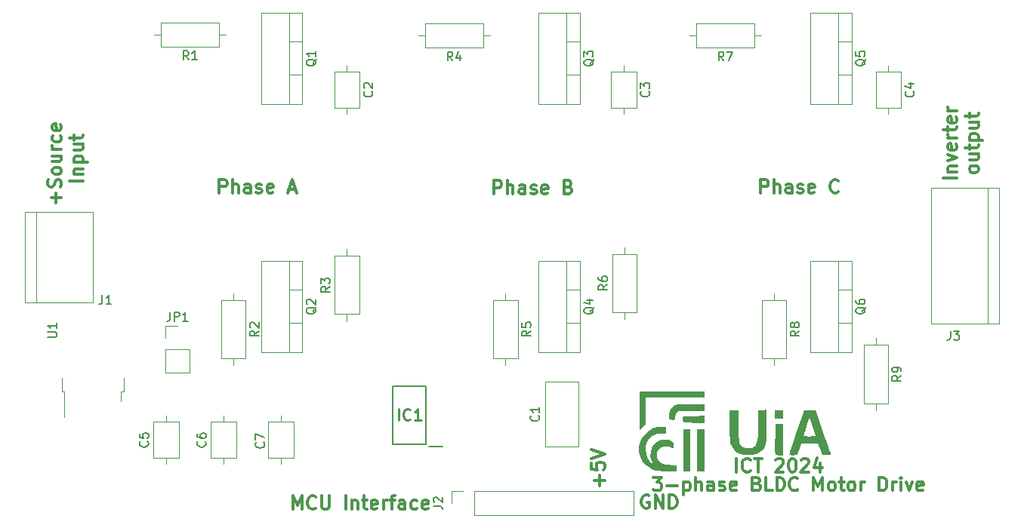
<source format=gbr>
%TF.GenerationSoftware,KiCad,Pcbnew,8.0.1*%
%TF.CreationDate,2024-05-23T13:32:17+02:00*%
%TF.ProjectId,BLDCdrv,424c4443-6472-4762-9e6b-696361645f70,2*%
%TF.SameCoordinates,PXb71b000PY69618a0*%
%TF.FileFunction,Legend,Top*%
%TF.FilePolarity,Positive*%
%FSLAX46Y46*%
G04 Gerber Fmt 4.6, Leading zero omitted, Abs format (unit mm)*
G04 Created by KiCad (PCBNEW 8.0.1) date 2024-05-23 13:32:17*
%MOMM*%
%LPD*%
G01*
G04 APERTURE LIST*
%ADD10C,0.300000*%
%ADD11C,0.150000*%
%ADD12C,0.254000*%
%ADD13C,0.120000*%
%ADD14C,0.000000*%
%ADD15C,0.200000*%
G04 APERTURE END LIST*
D10*
X-22721429Y21721672D02*
X-22721429Y23221672D01*
X-22721429Y23221672D02*
X-22150000Y23221672D01*
X-22150000Y23221672D02*
X-22007143Y23150243D01*
X-22007143Y23150243D02*
X-21935714Y23078815D01*
X-21935714Y23078815D02*
X-21864286Y22935958D01*
X-21864286Y22935958D02*
X-21864286Y22721672D01*
X-21864286Y22721672D02*
X-21935714Y22578815D01*
X-21935714Y22578815D02*
X-22007143Y22507386D01*
X-22007143Y22507386D02*
X-22150000Y22435958D01*
X-22150000Y22435958D02*
X-22721429Y22435958D01*
X-21221429Y21721672D02*
X-21221429Y23221672D01*
X-20578571Y21721672D02*
X-20578571Y22507386D01*
X-20578571Y22507386D02*
X-20650000Y22650243D01*
X-20650000Y22650243D02*
X-20792857Y22721672D01*
X-20792857Y22721672D02*
X-21007143Y22721672D01*
X-21007143Y22721672D02*
X-21150000Y22650243D01*
X-21150000Y22650243D02*
X-21221429Y22578815D01*
X-19221428Y21721672D02*
X-19221428Y22507386D01*
X-19221428Y22507386D02*
X-19292857Y22650243D01*
X-19292857Y22650243D02*
X-19435714Y22721672D01*
X-19435714Y22721672D02*
X-19721428Y22721672D01*
X-19721428Y22721672D02*
X-19864286Y22650243D01*
X-19221428Y21793100D02*
X-19364286Y21721672D01*
X-19364286Y21721672D02*
X-19721428Y21721672D01*
X-19721428Y21721672D02*
X-19864286Y21793100D01*
X-19864286Y21793100D02*
X-19935714Y21935958D01*
X-19935714Y21935958D02*
X-19935714Y22078815D01*
X-19935714Y22078815D02*
X-19864286Y22221672D01*
X-19864286Y22221672D02*
X-19721428Y22293100D01*
X-19721428Y22293100D02*
X-19364286Y22293100D01*
X-19364286Y22293100D02*
X-19221428Y22364529D01*
X-18578571Y21793100D02*
X-18435714Y21721672D01*
X-18435714Y21721672D02*
X-18150000Y21721672D01*
X-18150000Y21721672D02*
X-18007143Y21793100D01*
X-18007143Y21793100D02*
X-17935714Y21935958D01*
X-17935714Y21935958D02*
X-17935714Y22007386D01*
X-17935714Y22007386D02*
X-18007143Y22150243D01*
X-18007143Y22150243D02*
X-18150000Y22221672D01*
X-18150000Y22221672D02*
X-18364285Y22221672D01*
X-18364285Y22221672D02*
X-18507143Y22293100D01*
X-18507143Y22293100D02*
X-18578571Y22435958D01*
X-18578571Y22435958D02*
X-18578571Y22507386D01*
X-18578571Y22507386D02*
X-18507143Y22650243D01*
X-18507143Y22650243D02*
X-18364285Y22721672D01*
X-18364285Y22721672D02*
X-18150000Y22721672D01*
X-18150000Y22721672D02*
X-18007143Y22650243D01*
X-16721428Y21793100D02*
X-16864285Y21721672D01*
X-16864285Y21721672D02*
X-17149999Y21721672D01*
X-17149999Y21721672D02*
X-17292857Y21793100D01*
X-17292857Y21793100D02*
X-17364285Y21935958D01*
X-17364285Y21935958D02*
X-17364285Y22507386D01*
X-17364285Y22507386D02*
X-17292857Y22650243D01*
X-17292857Y22650243D02*
X-17149999Y22721672D01*
X-17149999Y22721672D02*
X-16864285Y22721672D01*
X-16864285Y22721672D02*
X-16721428Y22650243D01*
X-16721428Y22650243D02*
X-16649999Y22507386D01*
X-16649999Y22507386D02*
X-16649999Y22364529D01*
X-16649999Y22364529D02*
X-17364285Y22221672D01*
X-14007143Y21864529D02*
X-14078571Y21793100D01*
X-14078571Y21793100D02*
X-14292857Y21721672D01*
X-14292857Y21721672D02*
X-14435714Y21721672D01*
X-14435714Y21721672D02*
X-14650000Y21793100D01*
X-14650000Y21793100D02*
X-14792857Y21935958D01*
X-14792857Y21935958D02*
X-14864286Y22078815D01*
X-14864286Y22078815D02*
X-14935714Y22364529D01*
X-14935714Y22364529D02*
X-14935714Y22578815D01*
X-14935714Y22578815D02*
X-14864286Y22864529D01*
X-14864286Y22864529D02*
X-14792857Y23007386D01*
X-14792857Y23007386D02*
X-14650000Y23150243D01*
X-14650000Y23150243D02*
X-14435714Y23221672D01*
X-14435714Y23221672D02*
X-14292857Y23221672D01*
X-14292857Y23221672D02*
X-14078571Y23150243D01*
X-14078571Y23150243D02*
X-14007143Y23078815D01*
X-101700558Y20607144D02*
X-101700558Y21750001D01*
X-101129130Y21178573D02*
X-102271987Y21178573D01*
X-101200558Y22392859D02*
X-101129130Y22607144D01*
X-101129130Y22607144D02*
X-101129130Y22964287D01*
X-101129130Y22964287D02*
X-101200558Y23107144D01*
X-101200558Y23107144D02*
X-101271987Y23178573D01*
X-101271987Y23178573D02*
X-101414844Y23250002D01*
X-101414844Y23250002D02*
X-101557701Y23250002D01*
X-101557701Y23250002D02*
X-101700558Y23178573D01*
X-101700558Y23178573D02*
X-101771987Y23107144D01*
X-101771987Y23107144D02*
X-101843416Y22964287D01*
X-101843416Y22964287D02*
X-101914844Y22678573D01*
X-101914844Y22678573D02*
X-101986273Y22535716D01*
X-101986273Y22535716D02*
X-102057701Y22464287D01*
X-102057701Y22464287D02*
X-102200558Y22392859D01*
X-102200558Y22392859D02*
X-102343416Y22392859D01*
X-102343416Y22392859D02*
X-102486273Y22464287D01*
X-102486273Y22464287D02*
X-102557701Y22535716D01*
X-102557701Y22535716D02*
X-102629130Y22678573D01*
X-102629130Y22678573D02*
X-102629130Y23035716D01*
X-102629130Y23035716D02*
X-102557701Y23250002D01*
X-101129130Y24107144D02*
X-101200558Y23964287D01*
X-101200558Y23964287D02*
X-101271987Y23892858D01*
X-101271987Y23892858D02*
X-101414844Y23821430D01*
X-101414844Y23821430D02*
X-101843416Y23821430D01*
X-101843416Y23821430D02*
X-101986273Y23892858D01*
X-101986273Y23892858D02*
X-102057701Y23964287D01*
X-102057701Y23964287D02*
X-102129130Y24107144D01*
X-102129130Y24107144D02*
X-102129130Y24321430D01*
X-102129130Y24321430D02*
X-102057701Y24464287D01*
X-102057701Y24464287D02*
X-101986273Y24535715D01*
X-101986273Y24535715D02*
X-101843416Y24607144D01*
X-101843416Y24607144D02*
X-101414844Y24607144D01*
X-101414844Y24607144D02*
X-101271987Y24535715D01*
X-101271987Y24535715D02*
X-101200558Y24464287D01*
X-101200558Y24464287D02*
X-101129130Y24321430D01*
X-101129130Y24321430D02*
X-101129130Y24107144D01*
X-102129130Y25892858D02*
X-101129130Y25892858D01*
X-102129130Y25250001D02*
X-101343416Y25250001D01*
X-101343416Y25250001D02*
X-101200558Y25321430D01*
X-101200558Y25321430D02*
X-101129130Y25464287D01*
X-101129130Y25464287D02*
X-101129130Y25678573D01*
X-101129130Y25678573D02*
X-101200558Y25821430D01*
X-101200558Y25821430D02*
X-101271987Y25892858D01*
X-101129130Y26607144D02*
X-102129130Y26607144D01*
X-101843416Y26607144D02*
X-101986273Y26678573D01*
X-101986273Y26678573D02*
X-102057701Y26750001D01*
X-102057701Y26750001D02*
X-102129130Y26892859D01*
X-102129130Y26892859D02*
X-102129130Y27035716D01*
X-101200558Y28178572D02*
X-101129130Y28035715D01*
X-101129130Y28035715D02*
X-101129130Y27750001D01*
X-101129130Y27750001D02*
X-101200558Y27607144D01*
X-101200558Y27607144D02*
X-101271987Y27535715D01*
X-101271987Y27535715D02*
X-101414844Y27464287D01*
X-101414844Y27464287D02*
X-101843416Y27464287D01*
X-101843416Y27464287D02*
X-101986273Y27535715D01*
X-101986273Y27535715D02*
X-102057701Y27607144D01*
X-102057701Y27607144D02*
X-102129130Y27750001D01*
X-102129130Y27750001D02*
X-102129130Y28035715D01*
X-102129130Y28035715D02*
X-102057701Y28178572D01*
X-101200558Y29392858D02*
X-101129130Y29250001D01*
X-101129130Y29250001D02*
X-101129130Y28964286D01*
X-101129130Y28964286D02*
X-101200558Y28821429D01*
X-101200558Y28821429D02*
X-101343416Y28750001D01*
X-101343416Y28750001D02*
X-101914844Y28750001D01*
X-101914844Y28750001D02*
X-102057701Y28821429D01*
X-102057701Y28821429D02*
X-102129130Y28964286D01*
X-102129130Y28964286D02*
X-102129130Y29250001D01*
X-102129130Y29250001D02*
X-102057701Y29392858D01*
X-102057701Y29392858D02*
X-101914844Y29464286D01*
X-101914844Y29464286D02*
X-101771987Y29464286D01*
X-101771987Y29464286D02*
X-101629130Y28750001D01*
X-98714214Y23107143D02*
X-100214214Y23107143D01*
X-99714214Y23821429D02*
X-98714214Y23821429D01*
X-99571357Y23821429D02*
X-99642785Y23892858D01*
X-99642785Y23892858D02*
X-99714214Y24035715D01*
X-99714214Y24035715D02*
X-99714214Y24250001D01*
X-99714214Y24250001D02*
X-99642785Y24392858D01*
X-99642785Y24392858D02*
X-99499928Y24464286D01*
X-99499928Y24464286D02*
X-98714214Y24464286D01*
X-99714214Y25178572D02*
X-98214214Y25178572D01*
X-99642785Y25178572D02*
X-99714214Y25321429D01*
X-99714214Y25321429D02*
X-99714214Y25607144D01*
X-99714214Y25607144D02*
X-99642785Y25750001D01*
X-99642785Y25750001D02*
X-99571357Y25821429D01*
X-99571357Y25821429D02*
X-99428500Y25892858D01*
X-99428500Y25892858D02*
X-98999928Y25892858D01*
X-98999928Y25892858D02*
X-98857071Y25821429D01*
X-98857071Y25821429D02*
X-98785642Y25750001D01*
X-98785642Y25750001D02*
X-98714214Y25607144D01*
X-98714214Y25607144D02*
X-98714214Y25321429D01*
X-98714214Y25321429D02*
X-98785642Y25178572D01*
X-99714214Y27178572D02*
X-98714214Y27178572D01*
X-99714214Y26535715D02*
X-98928500Y26535715D01*
X-98928500Y26535715D02*
X-98785642Y26607144D01*
X-98785642Y26607144D02*
X-98714214Y26750001D01*
X-98714214Y26750001D02*
X-98714214Y26964287D01*
X-98714214Y26964287D02*
X-98785642Y27107144D01*
X-98785642Y27107144D02*
X-98857071Y27178572D01*
X-99714214Y27678573D02*
X-99714214Y28250001D01*
X-100214214Y27892858D02*
X-98928500Y27892858D01*
X-98928500Y27892858D02*
X-98785642Y27964287D01*
X-98785642Y27964287D02*
X-98714214Y28107144D01*
X-98714214Y28107144D02*
X-98714214Y28250001D01*
X-34778572Y-10178328D02*
X-33850000Y-10178328D01*
X-33850000Y-10178328D02*
X-34350000Y-10749757D01*
X-34350000Y-10749757D02*
X-34135715Y-10749757D01*
X-34135715Y-10749757D02*
X-33992857Y-10821185D01*
X-33992857Y-10821185D02*
X-33921429Y-10892614D01*
X-33921429Y-10892614D02*
X-33850000Y-11035471D01*
X-33850000Y-11035471D02*
X-33850000Y-11392614D01*
X-33850000Y-11392614D02*
X-33921429Y-11535471D01*
X-33921429Y-11535471D02*
X-33992857Y-11606900D01*
X-33992857Y-11606900D02*
X-34135715Y-11678328D01*
X-34135715Y-11678328D02*
X-34564286Y-11678328D01*
X-34564286Y-11678328D02*
X-34707143Y-11606900D01*
X-34707143Y-11606900D02*
X-34778572Y-11535471D01*
X-33207144Y-11106900D02*
X-32064286Y-11106900D01*
X-31350001Y-10678328D02*
X-31350001Y-12178328D01*
X-31350001Y-10749757D02*
X-31207143Y-10678328D01*
X-31207143Y-10678328D02*
X-30921429Y-10678328D01*
X-30921429Y-10678328D02*
X-30778572Y-10749757D01*
X-30778572Y-10749757D02*
X-30707143Y-10821185D01*
X-30707143Y-10821185D02*
X-30635715Y-10964042D01*
X-30635715Y-10964042D02*
X-30635715Y-11392614D01*
X-30635715Y-11392614D02*
X-30707143Y-11535471D01*
X-30707143Y-11535471D02*
X-30778572Y-11606900D01*
X-30778572Y-11606900D02*
X-30921429Y-11678328D01*
X-30921429Y-11678328D02*
X-31207143Y-11678328D01*
X-31207143Y-11678328D02*
X-31350001Y-11606900D01*
X-29992858Y-11678328D02*
X-29992858Y-10178328D01*
X-29350000Y-11678328D02*
X-29350000Y-10892614D01*
X-29350000Y-10892614D02*
X-29421429Y-10749757D01*
X-29421429Y-10749757D02*
X-29564286Y-10678328D01*
X-29564286Y-10678328D02*
X-29778572Y-10678328D01*
X-29778572Y-10678328D02*
X-29921429Y-10749757D01*
X-29921429Y-10749757D02*
X-29992858Y-10821185D01*
X-27992857Y-11678328D02*
X-27992857Y-10892614D01*
X-27992857Y-10892614D02*
X-28064286Y-10749757D01*
X-28064286Y-10749757D02*
X-28207143Y-10678328D01*
X-28207143Y-10678328D02*
X-28492857Y-10678328D01*
X-28492857Y-10678328D02*
X-28635715Y-10749757D01*
X-27992857Y-11606900D02*
X-28135715Y-11678328D01*
X-28135715Y-11678328D02*
X-28492857Y-11678328D01*
X-28492857Y-11678328D02*
X-28635715Y-11606900D01*
X-28635715Y-11606900D02*
X-28707143Y-11464042D01*
X-28707143Y-11464042D02*
X-28707143Y-11321185D01*
X-28707143Y-11321185D02*
X-28635715Y-11178328D01*
X-28635715Y-11178328D02*
X-28492857Y-11106900D01*
X-28492857Y-11106900D02*
X-28135715Y-11106900D01*
X-28135715Y-11106900D02*
X-27992857Y-11035471D01*
X-27350000Y-11606900D02*
X-27207143Y-11678328D01*
X-27207143Y-11678328D02*
X-26921429Y-11678328D01*
X-26921429Y-11678328D02*
X-26778572Y-11606900D01*
X-26778572Y-11606900D02*
X-26707143Y-11464042D01*
X-26707143Y-11464042D02*
X-26707143Y-11392614D01*
X-26707143Y-11392614D02*
X-26778572Y-11249757D01*
X-26778572Y-11249757D02*
X-26921429Y-11178328D01*
X-26921429Y-11178328D02*
X-27135714Y-11178328D01*
X-27135714Y-11178328D02*
X-27278572Y-11106900D01*
X-27278572Y-11106900D02*
X-27350000Y-10964042D01*
X-27350000Y-10964042D02*
X-27350000Y-10892614D01*
X-27350000Y-10892614D02*
X-27278572Y-10749757D01*
X-27278572Y-10749757D02*
X-27135714Y-10678328D01*
X-27135714Y-10678328D02*
X-26921429Y-10678328D01*
X-26921429Y-10678328D02*
X-26778572Y-10749757D01*
X-25492857Y-11606900D02*
X-25635714Y-11678328D01*
X-25635714Y-11678328D02*
X-25921428Y-11678328D01*
X-25921428Y-11678328D02*
X-26064286Y-11606900D01*
X-26064286Y-11606900D02*
X-26135714Y-11464042D01*
X-26135714Y-11464042D02*
X-26135714Y-10892614D01*
X-26135714Y-10892614D02*
X-26064286Y-10749757D01*
X-26064286Y-10749757D02*
X-25921428Y-10678328D01*
X-25921428Y-10678328D02*
X-25635714Y-10678328D01*
X-25635714Y-10678328D02*
X-25492857Y-10749757D01*
X-25492857Y-10749757D02*
X-25421428Y-10892614D01*
X-25421428Y-10892614D02*
X-25421428Y-11035471D01*
X-25421428Y-11035471D02*
X-26135714Y-11178328D01*
X-23135715Y-10892614D02*
X-22921429Y-10964042D01*
X-22921429Y-10964042D02*
X-22850000Y-11035471D01*
X-22850000Y-11035471D02*
X-22778572Y-11178328D01*
X-22778572Y-11178328D02*
X-22778572Y-11392614D01*
X-22778572Y-11392614D02*
X-22850000Y-11535471D01*
X-22850000Y-11535471D02*
X-22921429Y-11606900D01*
X-22921429Y-11606900D02*
X-23064286Y-11678328D01*
X-23064286Y-11678328D02*
X-23635715Y-11678328D01*
X-23635715Y-11678328D02*
X-23635715Y-10178328D01*
X-23635715Y-10178328D02*
X-23135715Y-10178328D01*
X-23135715Y-10178328D02*
X-22992857Y-10249757D01*
X-22992857Y-10249757D02*
X-22921429Y-10321185D01*
X-22921429Y-10321185D02*
X-22850000Y-10464042D01*
X-22850000Y-10464042D02*
X-22850000Y-10606900D01*
X-22850000Y-10606900D02*
X-22921429Y-10749757D01*
X-22921429Y-10749757D02*
X-22992857Y-10821185D01*
X-22992857Y-10821185D02*
X-23135715Y-10892614D01*
X-23135715Y-10892614D02*
X-23635715Y-10892614D01*
X-21421429Y-11678328D02*
X-22135715Y-11678328D01*
X-22135715Y-11678328D02*
X-22135715Y-10178328D01*
X-20921429Y-11678328D02*
X-20921429Y-10178328D01*
X-20921429Y-10178328D02*
X-20564286Y-10178328D01*
X-20564286Y-10178328D02*
X-20350000Y-10249757D01*
X-20350000Y-10249757D02*
X-20207143Y-10392614D01*
X-20207143Y-10392614D02*
X-20135714Y-10535471D01*
X-20135714Y-10535471D02*
X-20064286Y-10821185D01*
X-20064286Y-10821185D02*
X-20064286Y-11035471D01*
X-20064286Y-11035471D02*
X-20135714Y-11321185D01*
X-20135714Y-11321185D02*
X-20207143Y-11464042D01*
X-20207143Y-11464042D02*
X-20350000Y-11606900D01*
X-20350000Y-11606900D02*
X-20564286Y-11678328D01*
X-20564286Y-11678328D02*
X-20921429Y-11678328D01*
X-18564286Y-11535471D02*
X-18635714Y-11606900D01*
X-18635714Y-11606900D02*
X-18850000Y-11678328D01*
X-18850000Y-11678328D02*
X-18992857Y-11678328D01*
X-18992857Y-11678328D02*
X-19207143Y-11606900D01*
X-19207143Y-11606900D02*
X-19350000Y-11464042D01*
X-19350000Y-11464042D02*
X-19421429Y-11321185D01*
X-19421429Y-11321185D02*
X-19492857Y-11035471D01*
X-19492857Y-11035471D02*
X-19492857Y-10821185D01*
X-19492857Y-10821185D02*
X-19421429Y-10535471D01*
X-19421429Y-10535471D02*
X-19350000Y-10392614D01*
X-19350000Y-10392614D02*
X-19207143Y-10249757D01*
X-19207143Y-10249757D02*
X-18992857Y-10178328D01*
X-18992857Y-10178328D02*
X-18850000Y-10178328D01*
X-18850000Y-10178328D02*
X-18635714Y-10249757D01*
X-18635714Y-10249757D02*
X-18564286Y-10321185D01*
X-16778572Y-11678328D02*
X-16778572Y-10178328D01*
X-16778572Y-10178328D02*
X-16278572Y-11249757D01*
X-16278572Y-11249757D02*
X-15778572Y-10178328D01*
X-15778572Y-10178328D02*
X-15778572Y-11678328D01*
X-14850000Y-11678328D02*
X-14992857Y-11606900D01*
X-14992857Y-11606900D02*
X-15064286Y-11535471D01*
X-15064286Y-11535471D02*
X-15135714Y-11392614D01*
X-15135714Y-11392614D02*
X-15135714Y-10964042D01*
X-15135714Y-10964042D02*
X-15064286Y-10821185D01*
X-15064286Y-10821185D02*
X-14992857Y-10749757D01*
X-14992857Y-10749757D02*
X-14850000Y-10678328D01*
X-14850000Y-10678328D02*
X-14635714Y-10678328D01*
X-14635714Y-10678328D02*
X-14492857Y-10749757D01*
X-14492857Y-10749757D02*
X-14421428Y-10821185D01*
X-14421428Y-10821185D02*
X-14350000Y-10964042D01*
X-14350000Y-10964042D02*
X-14350000Y-11392614D01*
X-14350000Y-11392614D02*
X-14421428Y-11535471D01*
X-14421428Y-11535471D02*
X-14492857Y-11606900D01*
X-14492857Y-11606900D02*
X-14635714Y-11678328D01*
X-14635714Y-11678328D02*
X-14850000Y-11678328D01*
X-13921428Y-10678328D02*
X-13350000Y-10678328D01*
X-13707143Y-10178328D02*
X-13707143Y-11464042D01*
X-13707143Y-11464042D02*
X-13635714Y-11606900D01*
X-13635714Y-11606900D02*
X-13492857Y-11678328D01*
X-13492857Y-11678328D02*
X-13350000Y-11678328D01*
X-12635714Y-11678328D02*
X-12778571Y-11606900D01*
X-12778571Y-11606900D02*
X-12850000Y-11535471D01*
X-12850000Y-11535471D02*
X-12921428Y-11392614D01*
X-12921428Y-11392614D02*
X-12921428Y-10964042D01*
X-12921428Y-10964042D02*
X-12850000Y-10821185D01*
X-12850000Y-10821185D02*
X-12778571Y-10749757D01*
X-12778571Y-10749757D02*
X-12635714Y-10678328D01*
X-12635714Y-10678328D02*
X-12421428Y-10678328D01*
X-12421428Y-10678328D02*
X-12278571Y-10749757D01*
X-12278571Y-10749757D02*
X-12207142Y-10821185D01*
X-12207142Y-10821185D02*
X-12135714Y-10964042D01*
X-12135714Y-10964042D02*
X-12135714Y-11392614D01*
X-12135714Y-11392614D02*
X-12207142Y-11535471D01*
X-12207142Y-11535471D02*
X-12278571Y-11606900D01*
X-12278571Y-11606900D02*
X-12421428Y-11678328D01*
X-12421428Y-11678328D02*
X-12635714Y-11678328D01*
X-11492857Y-11678328D02*
X-11492857Y-10678328D01*
X-11492857Y-10964042D02*
X-11421428Y-10821185D01*
X-11421428Y-10821185D02*
X-11349999Y-10749757D01*
X-11349999Y-10749757D02*
X-11207142Y-10678328D01*
X-11207142Y-10678328D02*
X-11064285Y-10678328D01*
X-9421429Y-11678328D02*
X-9421429Y-10178328D01*
X-9421429Y-10178328D02*
X-9064286Y-10178328D01*
X-9064286Y-10178328D02*
X-8850000Y-10249757D01*
X-8850000Y-10249757D02*
X-8707143Y-10392614D01*
X-8707143Y-10392614D02*
X-8635714Y-10535471D01*
X-8635714Y-10535471D02*
X-8564286Y-10821185D01*
X-8564286Y-10821185D02*
X-8564286Y-11035471D01*
X-8564286Y-11035471D02*
X-8635714Y-11321185D01*
X-8635714Y-11321185D02*
X-8707143Y-11464042D01*
X-8707143Y-11464042D02*
X-8850000Y-11606900D01*
X-8850000Y-11606900D02*
X-9064286Y-11678328D01*
X-9064286Y-11678328D02*
X-9421429Y-11678328D01*
X-7921429Y-11678328D02*
X-7921429Y-10678328D01*
X-7921429Y-10964042D02*
X-7850000Y-10821185D01*
X-7850000Y-10821185D02*
X-7778571Y-10749757D01*
X-7778571Y-10749757D02*
X-7635714Y-10678328D01*
X-7635714Y-10678328D02*
X-7492857Y-10678328D01*
X-6992858Y-11678328D02*
X-6992858Y-10678328D01*
X-6992858Y-10178328D02*
X-7064286Y-10249757D01*
X-7064286Y-10249757D02*
X-6992858Y-10321185D01*
X-6992858Y-10321185D02*
X-6921429Y-10249757D01*
X-6921429Y-10249757D02*
X-6992858Y-10178328D01*
X-6992858Y-10178328D02*
X-6992858Y-10321185D01*
X-6421429Y-10678328D02*
X-6064286Y-11678328D01*
X-6064286Y-11678328D02*
X-5707143Y-10678328D01*
X-4564286Y-11606900D02*
X-4707143Y-11678328D01*
X-4707143Y-11678328D02*
X-4992857Y-11678328D01*
X-4992857Y-11678328D02*
X-5135715Y-11606900D01*
X-5135715Y-11606900D02*
X-5207143Y-11464042D01*
X-5207143Y-11464042D02*
X-5207143Y-10892614D01*
X-5207143Y-10892614D02*
X-5135715Y-10749757D01*
X-5135715Y-10749757D02*
X-4992857Y-10678328D01*
X-4992857Y-10678328D02*
X-4707143Y-10678328D01*
X-4707143Y-10678328D02*
X-4564286Y-10749757D01*
X-4564286Y-10749757D02*
X-4492857Y-10892614D01*
X-4492857Y-10892614D02*
X-4492857Y-11035471D01*
X-4492857Y-11035471D02*
X-5207143Y-11178328D01*
X-52621429Y21621672D02*
X-52621429Y23121672D01*
X-52621429Y23121672D02*
X-52050000Y23121672D01*
X-52050000Y23121672D02*
X-51907143Y23050243D01*
X-51907143Y23050243D02*
X-51835714Y22978815D01*
X-51835714Y22978815D02*
X-51764286Y22835958D01*
X-51764286Y22835958D02*
X-51764286Y22621672D01*
X-51764286Y22621672D02*
X-51835714Y22478815D01*
X-51835714Y22478815D02*
X-51907143Y22407386D01*
X-51907143Y22407386D02*
X-52050000Y22335958D01*
X-52050000Y22335958D02*
X-52621429Y22335958D01*
X-51121429Y21621672D02*
X-51121429Y23121672D01*
X-50478571Y21621672D02*
X-50478571Y22407386D01*
X-50478571Y22407386D02*
X-50550000Y22550243D01*
X-50550000Y22550243D02*
X-50692857Y22621672D01*
X-50692857Y22621672D02*
X-50907143Y22621672D01*
X-50907143Y22621672D02*
X-51050000Y22550243D01*
X-51050000Y22550243D02*
X-51121429Y22478815D01*
X-49121428Y21621672D02*
X-49121428Y22407386D01*
X-49121428Y22407386D02*
X-49192857Y22550243D01*
X-49192857Y22550243D02*
X-49335714Y22621672D01*
X-49335714Y22621672D02*
X-49621428Y22621672D01*
X-49621428Y22621672D02*
X-49764286Y22550243D01*
X-49121428Y21693100D02*
X-49264286Y21621672D01*
X-49264286Y21621672D02*
X-49621428Y21621672D01*
X-49621428Y21621672D02*
X-49764286Y21693100D01*
X-49764286Y21693100D02*
X-49835714Y21835958D01*
X-49835714Y21835958D02*
X-49835714Y21978815D01*
X-49835714Y21978815D02*
X-49764286Y22121672D01*
X-49764286Y22121672D02*
X-49621428Y22193100D01*
X-49621428Y22193100D02*
X-49264286Y22193100D01*
X-49264286Y22193100D02*
X-49121428Y22264529D01*
X-48478571Y21693100D02*
X-48335714Y21621672D01*
X-48335714Y21621672D02*
X-48050000Y21621672D01*
X-48050000Y21621672D02*
X-47907143Y21693100D01*
X-47907143Y21693100D02*
X-47835714Y21835958D01*
X-47835714Y21835958D02*
X-47835714Y21907386D01*
X-47835714Y21907386D02*
X-47907143Y22050243D01*
X-47907143Y22050243D02*
X-48050000Y22121672D01*
X-48050000Y22121672D02*
X-48264285Y22121672D01*
X-48264285Y22121672D02*
X-48407143Y22193100D01*
X-48407143Y22193100D02*
X-48478571Y22335958D01*
X-48478571Y22335958D02*
X-48478571Y22407386D01*
X-48478571Y22407386D02*
X-48407143Y22550243D01*
X-48407143Y22550243D02*
X-48264285Y22621672D01*
X-48264285Y22621672D02*
X-48050000Y22621672D01*
X-48050000Y22621672D02*
X-47907143Y22550243D01*
X-46621428Y21693100D02*
X-46764285Y21621672D01*
X-46764285Y21621672D02*
X-47049999Y21621672D01*
X-47049999Y21621672D02*
X-47192857Y21693100D01*
X-47192857Y21693100D02*
X-47264285Y21835958D01*
X-47264285Y21835958D02*
X-47264285Y22407386D01*
X-47264285Y22407386D02*
X-47192857Y22550243D01*
X-47192857Y22550243D02*
X-47049999Y22621672D01*
X-47049999Y22621672D02*
X-46764285Y22621672D01*
X-46764285Y22621672D02*
X-46621428Y22550243D01*
X-46621428Y22550243D02*
X-46549999Y22407386D01*
X-46549999Y22407386D02*
X-46549999Y22264529D01*
X-46549999Y22264529D02*
X-47264285Y22121672D01*
X-44264286Y22407386D02*
X-44050000Y22335958D01*
X-44050000Y22335958D02*
X-43978571Y22264529D01*
X-43978571Y22264529D02*
X-43907143Y22121672D01*
X-43907143Y22121672D02*
X-43907143Y21907386D01*
X-43907143Y21907386D02*
X-43978571Y21764529D01*
X-43978571Y21764529D02*
X-44050000Y21693100D01*
X-44050000Y21693100D02*
X-44192857Y21621672D01*
X-44192857Y21621672D02*
X-44764286Y21621672D01*
X-44764286Y21621672D02*
X-44764286Y23121672D01*
X-44764286Y23121672D02*
X-44264286Y23121672D01*
X-44264286Y23121672D02*
X-44121428Y23050243D01*
X-44121428Y23050243D02*
X-44050000Y22978815D01*
X-44050000Y22978815D02*
X-43978571Y22835958D01*
X-43978571Y22835958D02*
X-43978571Y22693100D01*
X-43978571Y22693100D02*
X-44050000Y22550243D01*
X-44050000Y22550243D02*
X-44121428Y22478815D01*
X-44121428Y22478815D02*
X-44264286Y22407386D01*
X-44264286Y22407386D02*
X-44764286Y22407386D01*
X-25450000Y-9578328D02*
X-25450000Y-8078328D01*
X-23878571Y-9435471D02*
X-23949999Y-9506900D01*
X-23949999Y-9506900D02*
X-24164285Y-9578328D01*
X-24164285Y-9578328D02*
X-24307142Y-9578328D01*
X-24307142Y-9578328D02*
X-24521428Y-9506900D01*
X-24521428Y-9506900D02*
X-24664285Y-9364042D01*
X-24664285Y-9364042D02*
X-24735714Y-9221185D01*
X-24735714Y-9221185D02*
X-24807142Y-8935471D01*
X-24807142Y-8935471D02*
X-24807142Y-8721185D01*
X-24807142Y-8721185D02*
X-24735714Y-8435471D01*
X-24735714Y-8435471D02*
X-24664285Y-8292614D01*
X-24664285Y-8292614D02*
X-24521428Y-8149757D01*
X-24521428Y-8149757D02*
X-24307142Y-8078328D01*
X-24307142Y-8078328D02*
X-24164285Y-8078328D01*
X-24164285Y-8078328D02*
X-23949999Y-8149757D01*
X-23949999Y-8149757D02*
X-23878571Y-8221185D01*
X-23449999Y-8078328D02*
X-22592856Y-8078328D01*
X-23021428Y-9578328D02*
X-23021428Y-8078328D01*
X-21021428Y-8221185D02*
X-20950000Y-8149757D01*
X-20950000Y-8149757D02*
X-20807142Y-8078328D01*
X-20807142Y-8078328D02*
X-20450000Y-8078328D01*
X-20450000Y-8078328D02*
X-20307142Y-8149757D01*
X-20307142Y-8149757D02*
X-20235714Y-8221185D01*
X-20235714Y-8221185D02*
X-20164285Y-8364042D01*
X-20164285Y-8364042D02*
X-20164285Y-8506900D01*
X-20164285Y-8506900D02*
X-20235714Y-8721185D01*
X-20235714Y-8721185D02*
X-21092857Y-9578328D01*
X-21092857Y-9578328D02*
X-20164285Y-9578328D01*
X-19235714Y-8078328D02*
X-19092857Y-8078328D01*
X-19092857Y-8078328D02*
X-18950000Y-8149757D01*
X-18950000Y-8149757D02*
X-18878571Y-8221185D01*
X-18878571Y-8221185D02*
X-18807143Y-8364042D01*
X-18807143Y-8364042D02*
X-18735714Y-8649757D01*
X-18735714Y-8649757D02*
X-18735714Y-9006900D01*
X-18735714Y-9006900D02*
X-18807143Y-9292614D01*
X-18807143Y-9292614D02*
X-18878571Y-9435471D01*
X-18878571Y-9435471D02*
X-18950000Y-9506900D01*
X-18950000Y-9506900D02*
X-19092857Y-9578328D01*
X-19092857Y-9578328D02*
X-19235714Y-9578328D01*
X-19235714Y-9578328D02*
X-19378571Y-9506900D01*
X-19378571Y-9506900D02*
X-19450000Y-9435471D01*
X-19450000Y-9435471D02*
X-19521429Y-9292614D01*
X-19521429Y-9292614D02*
X-19592857Y-9006900D01*
X-19592857Y-9006900D02*
X-19592857Y-8649757D01*
X-19592857Y-8649757D02*
X-19521429Y-8364042D01*
X-19521429Y-8364042D02*
X-19450000Y-8221185D01*
X-19450000Y-8221185D02*
X-19378571Y-8149757D01*
X-19378571Y-8149757D02*
X-19235714Y-8078328D01*
X-18164286Y-8221185D02*
X-18092858Y-8149757D01*
X-18092858Y-8149757D02*
X-17950000Y-8078328D01*
X-17950000Y-8078328D02*
X-17592858Y-8078328D01*
X-17592858Y-8078328D02*
X-17450000Y-8149757D01*
X-17450000Y-8149757D02*
X-17378572Y-8221185D01*
X-17378572Y-8221185D02*
X-17307143Y-8364042D01*
X-17307143Y-8364042D02*
X-17307143Y-8506900D01*
X-17307143Y-8506900D02*
X-17378572Y-8721185D01*
X-17378572Y-8721185D02*
X-18235715Y-9578328D01*
X-18235715Y-9578328D02*
X-17307143Y-9578328D01*
X-16021429Y-8578328D02*
X-16021429Y-9578328D01*
X-16378572Y-8006900D02*
X-16735715Y-9078328D01*
X-16735715Y-9078328D02*
X-15807144Y-9078328D01*
X-75171429Y-13778328D02*
X-75171429Y-12278328D01*
X-75171429Y-12278328D02*
X-74671429Y-13349757D01*
X-74671429Y-13349757D02*
X-74171429Y-12278328D01*
X-74171429Y-12278328D02*
X-74171429Y-13778328D01*
X-72600000Y-13635471D02*
X-72671428Y-13706900D01*
X-72671428Y-13706900D02*
X-72885714Y-13778328D01*
X-72885714Y-13778328D02*
X-73028571Y-13778328D01*
X-73028571Y-13778328D02*
X-73242857Y-13706900D01*
X-73242857Y-13706900D02*
X-73385714Y-13564042D01*
X-73385714Y-13564042D02*
X-73457143Y-13421185D01*
X-73457143Y-13421185D02*
X-73528571Y-13135471D01*
X-73528571Y-13135471D02*
X-73528571Y-12921185D01*
X-73528571Y-12921185D02*
X-73457143Y-12635471D01*
X-73457143Y-12635471D02*
X-73385714Y-12492614D01*
X-73385714Y-12492614D02*
X-73242857Y-12349757D01*
X-73242857Y-12349757D02*
X-73028571Y-12278328D01*
X-73028571Y-12278328D02*
X-72885714Y-12278328D01*
X-72885714Y-12278328D02*
X-72671428Y-12349757D01*
X-72671428Y-12349757D02*
X-72600000Y-12421185D01*
X-71957143Y-12278328D02*
X-71957143Y-13492614D01*
X-71957143Y-13492614D02*
X-71885714Y-13635471D01*
X-71885714Y-13635471D02*
X-71814285Y-13706900D01*
X-71814285Y-13706900D02*
X-71671428Y-13778328D01*
X-71671428Y-13778328D02*
X-71385714Y-13778328D01*
X-71385714Y-13778328D02*
X-71242857Y-13706900D01*
X-71242857Y-13706900D02*
X-71171428Y-13635471D01*
X-71171428Y-13635471D02*
X-71100000Y-13492614D01*
X-71100000Y-13492614D02*
X-71100000Y-12278328D01*
X-69242857Y-13778328D02*
X-69242857Y-12278328D01*
X-68528571Y-12778328D02*
X-68528571Y-13778328D01*
X-68528571Y-12921185D02*
X-68457142Y-12849757D01*
X-68457142Y-12849757D02*
X-68314285Y-12778328D01*
X-68314285Y-12778328D02*
X-68099999Y-12778328D01*
X-68099999Y-12778328D02*
X-67957142Y-12849757D01*
X-67957142Y-12849757D02*
X-67885713Y-12992614D01*
X-67885713Y-12992614D02*
X-67885713Y-13778328D01*
X-67385713Y-12778328D02*
X-66814285Y-12778328D01*
X-67171428Y-12278328D02*
X-67171428Y-13564042D01*
X-67171428Y-13564042D02*
X-67099999Y-13706900D01*
X-67099999Y-13706900D02*
X-66957142Y-13778328D01*
X-66957142Y-13778328D02*
X-66814285Y-13778328D01*
X-65742856Y-13706900D02*
X-65885713Y-13778328D01*
X-65885713Y-13778328D02*
X-66171427Y-13778328D01*
X-66171427Y-13778328D02*
X-66314285Y-13706900D01*
X-66314285Y-13706900D02*
X-66385713Y-13564042D01*
X-66385713Y-13564042D02*
X-66385713Y-12992614D01*
X-66385713Y-12992614D02*
X-66314285Y-12849757D01*
X-66314285Y-12849757D02*
X-66171427Y-12778328D01*
X-66171427Y-12778328D02*
X-65885713Y-12778328D01*
X-65885713Y-12778328D02*
X-65742856Y-12849757D01*
X-65742856Y-12849757D02*
X-65671427Y-12992614D01*
X-65671427Y-12992614D02*
X-65671427Y-13135471D01*
X-65671427Y-13135471D02*
X-66385713Y-13278328D01*
X-65028571Y-13778328D02*
X-65028571Y-12778328D01*
X-65028571Y-13064042D02*
X-64957142Y-12921185D01*
X-64957142Y-12921185D02*
X-64885713Y-12849757D01*
X-64885713Y-12849757D02*
X-64742856Y-12778328D01*
X-64742856Y-12778328D02*
X-64599999Y-12778328D01*
X-64314285Y-12778328D02*
X-63742857Y-12778328D01*
X-64100000Y-13778328D02*
X-64100000Y-12492614D01*
X-64100000Y-12492614D02*
X-64028571Y-12349757D01*
X-64028571Y-12349757D02*
X-63885714Y-12278328D01*
X-63885714Y-12278328D02*
X-63742857Y-12278328D01*
X-62599999Y-13778328D02*
X-62599999Y-12992614D01*
X-62599999Y-12992614D02*
X-62671428Y-12849757D01*
X-62671428Y-12849757D02*
X-62814285Y-12778328D01*
X-62814285Y-12778328D02*
X-63099999Y-12778328D01*
X-63099999Y-12778328D02*
X-63242857Y-12849757D01*
X-62599999Y-13706900D02*
X-62742857Y-13778328D01*
X-62742857Y-13778328D02*
X-63099999Y-13778328D01*
X-63099999Y-13778328D02*
X-63242857Y-13706900D01*
X-63242857Y-13706900D02*
X-63314285Y-13564042D01*
X-63314285Y-13564042D02*
X-63314285Y-13421185D01*
X-63314285Y-13421185D02*
X-63242857Y-13278328D01*
X-63242857Y-13278328D02*
X-63099999Y-13206900D01*
X-63099999Y-13206900D02*
X-62742857Y-13206900D01*
X-62742857Y-13206900D02*
X-62599999Y-13135471D01*
X-61242856Y-13706900D02*
X-61385714Y-13778328D01*
X-61385714Y-13778328D02*
X-61671428Y-13778328D01*
X-61671428Y-13778328D02*
X-61814285Y-13706900D01*
X-61814285Y-13706900D02*
X-61885714Y-13635471D01*
X-61885714Y-13635471D02*
X-61957142Y-13492614D01*
X-61957142Y-13492614D02*
X-61957142Y-13064042D01*
X-61957142Y-13064042D02*
X-61885714Y-12921185D01*
X-61885714Y-12921185D02*
X-61814285Y-12849757D01*
X-61814285Y-12849757D02*
X-61671428Y-12778328D01*
X-61671428Y-12778328D02*
X-61385714Y-12778328D01*
X-61385714Y-12778328D02*
X-61242856Y-12849757D01*
X-60028571Y-13706900D02*
X-60171428Y-13778328D01*
X-60171428Y-13778328D02*
X-60457142Y-13778328D01*
X-60457142Y-13778328D02*
X-60600000Y-13706900D01*
X-60600000Y-13706900D02*
X-60671428Y-13564042D01*
X-60671428Y-13564042D02*
X-60671428Y-12992614D01*
X-60671428Y-12992614D02*
X-60600000Y-12849757D01*
X-60600000Y-12849757D02*
X-60457142Y-12778328D01*
X-60457142Y-12778328D02*
X-60171428Y-12778328D01*
X-60171428Y-12778328D02*
X-60028571Y-12849757D01*
X-60028571Y-12849757D02*
X-59957142Y-12992614D01*
X-59957142Y-12992614D02*
X-59957142Y-13135471D01*
X-59957142Y-13135471D02*
X-60671428Y-13278328D01*
X-40793100Y-11128571D02*
X-40793100Y-9985714D01*
X-40221672Y-10557142D02*
X-41364529Y-10557142D01*
X-41721672Y-8557142D02*
X-41721672Y-9271428D01*
X-41721672Y-9271428D02*
X-41007386Y-9342856D01*
X-41007386Y-9342856D02*
X-41078815Y-9271428D01*
X-41078815Y-9271428D02*
X-41150243Y-9128571D01*
X-41150243Y-9128571D02*
X-41150243Y-8771428D01*
X-41150243Y-8771428D02*
X-41078815Y-8628571D01*
X-41078815Y-8628571D02*
X-41007386Y-8557142D01*
X-41007386Y-8557142D02*
X-40864529Y-8485713D01*
X-40864529Y-8485713D02*
X-40507386Y-8485713D01*
X-40507386Y-8485713D02*
X-40364529Y-8557142D01*
X-40364529Y-8557142D02*
X-40293100Y-8628571D01*
X-40293100Y-8628571D02*
X-40221672Y-8771428D01*
X-40221672Y-8771428D02*
X-40221672Y-9128571D01*
X-40221672Y-9128571D02*
X-40293100Y-9271428D01*
X-40293100Y-9271428D02*
X-40364529Y-9342856D01*
X-41721672Y-8057142D02*
X-40221672Y-7557142D01*
X-40221672Y-7557142D02*
X-41721672Y-7057142D01*
X-83414286Y21721672D02*
X-83414286Y23221672D01*
X-83414286Y23221672D02*
X-82842857Y23221672D01*
X-82842857Y23221672D02*
X-82700000Y23150243D01*
X-82700000Y23150243D02*
X-82628571Y23078815D01*
X-82628571Y23078815D02*
X-82557143Y22935958D01*
X-82557143Y22935958D02*
X-82557143Y22721672D01*
X-82557143Y22721672D02*
X-82628571Y22578815D01*
X-82628571Y22578815D02*
X-82700000Y22507386D01*
X-82700000Y22507386D02*
X-82842857Y22435958D01*
X-82842857Y22435958D02*
X-83414286Y22435958D01*
X-81914286Y21721672D02*
X-81914286Y23221672D01*
X-81271428Y21721672D02*
X-81271428Y22507386D01*
X-81271428Y22507386D02*
X-81342857Y22650243D01*
X-81342857Y22650243D02*
X-81485714Y22721672D01*
X-81485714Y22721672D02*
X-81700000Y22721672D01*
X-81700000Y22721672D02*
X-81842857Y22650243D01*
X-81842857Y22650243D02*
X-81914286Y22578815D01*
X-79914285Y21721672D02*
X-79914285Y22507386D01*
X-79914285Y22507386D02*
X-79985714Y22650243D01*
X-79985714Y22650243D02*
X-80128571Y22721672D01*
X-80128571Y22721672D02*
X-80414285Y22721672D01*
X-80414285Y22721672D02*
X-80557143Y22650243D01*
X-79914285Y21793100D02*
X-80057143Y21721672D01*
X-80057143Y21721672D02*
X-80414285Y21721672D01*
X-80414285Y21721672D02*
X-80557143Y21793100D01*
X-80557143Y21793100D02*
X-80628571Y21935958D01*
X-80628571Y21935958D02*
X-80628571Y22078815D01*
X-80628571Y22078815D02*
X-80557143Y22221672D01*
X-80557143Y22221672D02*
X-80414285Y22293100D01*
X-80414285Y22293100D02*
X-80057143Y22293100D01*
X-80057143Y22293100D02*
X-79914285Y22364529D01*
X-79271428Y21793100D02*
X-79128571Y21721672D01*
X-79128571Y21721672D02*
X-78842857Y21721672D01*
X-78842857Y21721672D02*
X-78700000Y21793100D01*
X-78700000Y21793100D02*
X-78628571Y21935958D01*
X-78628571Y21935958D02*
X-78628571Y22007386D01*
X-78628571Y22007386D02*
X-78700000Y22150243D01*
X-78700000Y22150243D02*
X-78842857Y22221672D01*
X-78842857Y22221672D02*
X-79057142Y22221672D01*
X-79057142Y22221672D02*
X-79200000Y22293100D01*
X-79200000Y22293100D02*
X-79271428Y22435958D01*
X-79271428Y22435958D02*
X-79271428Y22507386D01*
X-79271428Y22507386D02*
X-79200000Y22650243D01*
X-79200000Y22650243D02*
X-79057142Y22721672D01*
X-79057142Y22721672D02*
X-78842857Y22721672D01*
X-78842857Y22721672D02*
X-78700000Y22650243D01*
X-77414285Y21793100D02*
X-77557142Y21721672D01*
X-77557142Y21721672D02*
X-77842856Y21721672D01*
X-77842856Y21721672D02*
X-77985714Y21793100D01*
X-77985714Y21793100D02*
X-78057142Y21935958D01*
X-78057142Y21935958D02*
X-78057142Y22507386D01*
X-78057142Y22507386D02*
X-77985714Y22650243D01*
X-77985714Y22650243D02*
X-77842856Y22721672D01*
X-77842856Y22721672D02*
X-77557142Y22721672D01*
X-77557142Y22721672D02*
X-77414285Y22650243D01*
X-77414285Y22650243D02*
X-77342856Y22507386D01*
X-77342856Y22507386D02*
X-77342856Y22364529D01*
X-77342856Y22364529D02*
X-78057142Y22221672D01*
X-75628571Y22150243D02*
X-74914285Y22150243D01*
X-75771428Y21721672D02*
X-75271428Y23221672D01*
X-75271428Y23221672D02*
X-74771428Y21721672D01*
X-729130Y23407144D02*
X-2229130Y23407144D01*
X-1729130Y24121430D02*
X-729130Y24121430D01*
X-1586273Y24121430D02*
X-1657701Y24192859D01*
X-1657701Y24192859D02*
X-1729130Y24335716D01*
X-1729130Y24335716D02*
X-1729130Y24550002D01*
X-1729130Y24550002D02*
X-1657701Y24692859D01*
X-1657701Y24692859D02*
X-1514844Y24764287D01*
X-1514844Y24764287D02*
X-729130Y24764287D01*
X-1729130Y25335716D02*
X-729130Y25692859D01*
X-729130Y25692859D02*
X-1729130Y26050002D01*
X-800558Y27192859D02*
X-729130Y27050002D01*
X-729130Y27050002D02*
X-729130Y26764287D01*
X-729130Y26764287D02*
X-800558Y26621430D01*
X-800558Y26621430D02*
X-943416Y26550002D01*
X-943416Y26550002D02*
X-1514844Y26550002D01*
X-1514844Y26550002D02*
X-1657701Y26621430D01*
X-1657701Y26621430D02*
X-1729130Y26764287D01*
X-1729130Y26764287D02*
X-1729130Y27050002D01*
X-1729130Y27050002D02*
X-1657701Y27192859D01*
X-1657701Y27192859D02*
X-1514844Y27264287D01*
X-1514844Y27264287D02*
X-1371987Y27264287D01*
X-1371987Y27264287D02*
X-1229130Y26550002D01*
X-729130Y27907144D02*
X-1729130Y27907144D01*
X-1443416Y27907144D02*
X-1586273Y27978573D01*
X-1586273Y27978573D02*
X-1657701Y28050001D01*
X-1657701Y28050001D02*
X-1729130Y28192859D01*
X-1729130Y28192859D02*
X-1729130Y28335716D01*
X-1729130Y28621430D02*
X-1729130Y29192858D01*
X-2229130Y28835715D02*
X-943416Y28835715D01*
X-943416Y28835715D02*
X-800558Y28907144D01*
X-800558Y28907144D02*
X-729130Y29050001D01*
X-729130Y29050001D02*
X-729130Y29192858D01*
X-800558Y30264287D02*
X-729130Y30121430D01*
X-729130Y30121430D02*
X-729130Y29835715D01*
X-729130Y29835715D02*
X-800558Y29692858D01*
X-800558Y29692858D02*
X-943416Y29621430D01*
X-943416Y29621430D02*
X-1514844Y29621430D01*
X-1514844Y29621430D02*
X-1657701Y29692858D01*
X-1657701Y29692858D02*
X-1729130Y29835715D01*
X-1729130Y29835715D02*
X-1729130Y30121430D01*
X-1729130Y30121430D02*
X-1657701Y30264287D01*
X-1657701Y30264287D02*
X-1514844Y30335715D01*
X-1514844Y30335715D02*
X-1371987Y30335715D01*
X-1371987Y30335715D02*
X-1229130Y29621430D01*
X-729130Y30978572D02*
X-1729130Y30978572D01*
X-1443416Y30978572D02*
X-1586273Y31050001D01*
X-1586273Y31050001D02*
X-1657701Y31121429D01*
X-1657701Y31121429D02*
X-1729130Y31264287D01*
X-1729130Y31264287D02*
X-1729130Y31407144D01*
X1685786Y24300000D02*
X1614358Y24157143D01*
X1614358Y24157143D02*
X1542929Y24085714D01*
X1542929Y24085714D02*
X1400072Y24014286D01*
X1400072Y24014286D02*
X971500Y24014286D01*
X971500Y24014286D02*
X828643Y24085714D01*
X828643Y24085714D02*
X757215Y24157143D01*
X757215Y24157143D02*
X685786Y24300000D01*
X685786Y24300000D02*
X685786Y24514286D01*
X685786Y24514286D02*
X757215Y24657143D01*
X757215Y24657143D02*
X828643Y24728571D01*
X828643Y24728571D02*
X971500Y24800000D01*
X971500Y24800000D02*
X1400072Y24800000D01*
X1400072Y24800000D02*
X1542929Y24728571D01*
X1542929Y24728571D02*
X1614358Y24657143D01*
X1614358Y24657143D02*
X1685786Y24514286D01*
X1685786Y24514286D02*
X1685786Y24300000D01*
X685786Y26085714D02*
X1685786Y26085714D01*
X685786Y25442857D02*
X1471500Y25442857D01*
X1471500Y25442857D02*
X1614358Y25514286D01*
X1614358Y25514286D02*
X1685786Y25657143D01*
X1685786Y25657143D02*
X1685786Y25871429D01*
X1685786Y25871429D02*
X1614358Y26014286D01*
X1614358Y26014286D02*
X1542929Y26085714D01*
X685786Y26585715D02*
X685786Y27157143D01*
X185786Y26800000D02*
X1471500Y26800000D01*
X1471500Y26800000D02*
X1614358Y26871429D01*
X1614358Y26871429D02*
X1685786Y27014286D01*
X1685786Y27014286D02*
X1685786Y27157143D01*
X685786Y27657143D02*
X2185786Y27657143D01*
X757215Y27657143D02*
X685786Y27800000D01*
X685786Y27800000D02*
X685786Y28085715D01*
X685786Y28085715D02*
X757215Y28228572D01*
X757215Y28228572D02*
X828643Y28300000D01*
X828643Y28300000D02*
X971500Y28371429D01*
X971500Y28371429D02*
X1400072Y28371429D01*
X1400072Y28371429D02*
X1542929Y28300000D01*
X1542929Y28300000D02*
X1614358Y28228572D01*
X1614358Y28228572D02*
X1685786Y28085715D01*
X1685786Y28085715D02*
X1685786Y27800000D01*
X1685786Y27800000D02*
X1614358Y27657143D01*
X685786Y29657143D02*
X1685786Y29657143D01*
X685786Y29014286D02*
X1471500Y29014286D01*
X1471500Y29014286D02*
X1614358Y29085715D01*
X1614358Y29085715D02*
X1685786Y29228572D01*
X1685786Y29228572D02*
X1685786Y29442858D01*
X1685786Y29442858D02*
X1614358Y29585715D01*
X1614358Y29585715D02*
X1542929Y29657143D01*
X685786Y30157144D02*
X685786Y30728572D01*
X185786Y30371429D02*
X1471500Y30371429D01*
X1471500Y30371429D02*
X1614358Y30442858D01*
X1614358Y30442858D02*
X1685786Y30585715D01*
X1685786Y30585715D02*
X1685786Y30728572D01*
X-35242857Y-12249757D02*
X-35385714Y-12178328D01*
X-35385714Y-12178328D02*
X-35600000Y-12178328D01*
X-35600000Y-12178328D02*
X-35814286Y-12249757D01*
X-35814286Y-12249757D02*
X-35957143Y-12392614D01*
X-35957143Y-12392614D02*
X-36028572Y-12535471D01*
X-36028572Y-12535471D02*
X-36100000Y-12821185D01*
X-36100000Y-12821185D02*
X-36100000Y-13035471D01*
X-36100000Y-13035471D02*
X-36028572Y-13321185D01*
X-36028572Y-13321185D02*
X-35957143Y-13464042D01*
X-35957143Y-13464042D02*
X-35814286Y-13606900D01*
X-35814286Y-13606900D02*
X-35600000Y-13678328D01*
X-35600000Y-13678328D02*
X-35457143Y-13678328D01*
X-35457143Y-13678328D02*
X-35242857Y-13606900D01*
X-35242857Y-13606900D02*
X-35171429Y-13535471D01*
X-35171429Y-13535471D02*
X-35171429Y-13035471D01*
X-35171429Y-13035471D02*
X-35457143Y-13035471D01*
X-34528572Y-13678328D02*
X-34528572Y-12178328D01*
X-34528572Y-12178328D02*
X-33671429Y-13678328D01*
X-33671429Y-13678328D02*
X-33671429Y-12178328D01*
X-32957143Y-13678328D02*
X-32957143Y-12178328D01*
X-32957143Y-12178328D02*
X-32600000Y-12178328D01*
X-32600000Y-12178328D02*
X-32385714Y-12249757D01*
X-32385714Y-12249757D02*
X-32242857Y-12392614D01*
X-32242857Y-12392614D02*
X-32171428Y-12535471D01*
X-32171428Y-12535471D02*
X-32100000Y-12821185D01*
X-32100000Y-12821185D02*
X-32100000Y-13035471D01*
X-32100000Y-13035471D02*
X-32171428Y-13321185D01*
X-32171428Y-13321185D02*
X-32242857Y-13464042D01*
X-32242857Y-13464042D02*
X-32385714Y-13606900D01*
X-32385714Y-13606900D02*
X-32600000Y-13678328D01*
X-32600000Y-13678328D02*
X-32957143Y-13678328D01*
D11*
X-86866667Y36675181D02*
X-87200000Y37151372D01*
X-87438095Y36675181D02*
X-87438095Y37675181D01*
X-87438095Y37675181D02*
X-87057143Y37675181D01*
X-87057143Y37675181D02*
X-86961905Y37627562D01*
X-86961905Y37627562D02*
X-86914286Y37579943D01*
X-86914286Y37579943D02*
X-86866667Y37484705D01*
X-86866667Y37484705D02*
X-86866667Y37341848D01*
X-86866667Y37341848D02*
X-86914286Y37246610D01*
X-86914286Y37246610D02*
X-86961905Y37198991D01*
X-86961905Y37198991D02*
X-87057143Y37151372D01*
X-87057143Y37151372D02*
X-87438095Y37151372D01*
X-85914286Y36675181D02*
X-86485714Y36675181D01*
X-86200000Y36675181D02*
X-86200000Y37675181D01*
X-86200000Y37675181D02*
X-86295238Y37532324D01*
X-86295238Y37532324D02*
X-86390476Y37437086D01*
X-86390476Y37437086D02*
X-86485714Y37389467D01*
X-78440420Y-6266666D02*
X-78392800Y-6314285D01*
X-78392800Y-6314285D02*
X-78345181Y-6457142D01*
X-78345181Y-6457142D02*
X-78345181Y-6552380D01*
X-78345181Y-6552380D02*
X-78392800Y-6695237D01*
X-78392800Y-6695237D02*
X-78488039Y-6790475D01*
X-78488039Y-6790475D02*
X-78583277Y-6838094D01*
X-78583277Y-6838094D02*
X-78773753Y-6885713D01*
X-78773753Y-6885713D02*
X-78916610Y-6885713D01*
X-78916610Y-6885713D02*
X-79107086Y-6838094D01*
X-79107086Y-6838094D02*
X-79202324Y-6790475D01*
X-79202324Y-6790475D02*
X-79297562Y-6695237D01*
X-79297562Y-6695237D02*
X-79345181Y-6552380D01*
X-79345181Y-6552380D02*
X-79345181Y-6457142D01*
X-79345181Y-6457142D02*
X-79297562Y-6314285D01*
X-79297562Y-6314285D02*
X-79249943Y-6266666D01*
X-79345181Y-5933332D02*
X-79345181Y-5266666D01*
X-79345181Y-5266666D02*
X-78345181Y-5695237D01*
X-18395181Y6253334D02*
X-18871372Y5920001D01*
X-18395181Y5681906D02*
X-19395181Y5681906D01*
X-19395181Y5681906D02*
X-19395181Y6062858D01*
X-19395181Y6062858D02*
X-19347562Y6158096D01*
X-19347562Y6158096D02*
X-19299943Y6205715D01*
X-19299943Y6205715D02*
X-19204705Y6253334D01*
X-19204705Y6253334D02*
X-19061848Y6253334D01*
X-19061848Y6253334D02*
X-18966610Y6205715D01*
X-18966610Y6205715D02*
X-18918991Y6158096D01*
X-18918991Y6158096D02*
X-18871372Y6062858D01*
X-18871372Y6062858D02*
X-18871372Y5681906D01*
X-18966610Y6824763D02*
X-19014229Y6729525D01*
X-19014229Y6729525D02*
X-19061848Y6681906D01*
X-19061848Y6681906D02*
X-19157086Y6634287D01*
X-19157086Y6634287D02*
X-19204705Y6634287D01*
X-19204705Y6634287D02*
X-19299943Y6681906D01*
X-19299943Y6681906D02*
X-19347562Y6729525D01*
X-19347562Y6729525D02*
X-19395181Y6824763D01*
X-19395181Y6824763D02*
X-19395181Y7015239D01*
X-19395181Y7015239D02*
X-19347562Y7110477D01*
X-19347562Y7110477D02*
X-19299943Y7158096D01*
X-19299943Y7158096D02*
X-19204705Y7205715D01*
X-19204705Y7205715D02*
X-19157086Y7205715D01*
X-19157086Y7205715D02*
X-19061848Y7158096D01*
X-19061848Y7158096D02*
X-19014229Y7110477D01*
X-19014229Y7110477D02*
X-18966610Y7015239D01*
X-18966610Y7015239D02*
X-18966610Y6824763D01*
X-18966610Y6824763D02*
X-18918991Y6729525D01*
X-18918991Y6729525D02*
X-18871372Y6681906D01*
X-18871372Y6681906D02*
X-18776134Y6634287D01*
X-18776134Y6634287D02*
X-18585658Y6634287D01*
X-18585658Y6634287D02*
X-18490420Y6681906D01*
X-18490420Y6681906D02*
X-18442800Y6729525D01*
X-18442800Y6729525D02*
X-18395181Y6824763D01*
X-18395181Y6824763D02*
X-18395181Y7015239D01*
X-18395181Y7015239D02*
X-18442800Y7110477D01*
X-18442800Y7110477D02*
X-18490420Y7158096D01*
X-18490420Y7158096D02*
X-18585658Y7205715D01*
X-18585658Y7205715D02*
X-18776134Y7205715D01*
X-18776134Y7205715D02*
X-18871372Y7158096D01*
X-18871372Y7158096D02*
X-18918991Y7110477D01*
X-18918991Y7110477D02*
X-18966610Y7015239D01*
X-102645181Y5538096D02*
X-101835658Y5538096D01*
X-101835658Y5538096D02*
X-101740420Y5585715D01*
X-101740420Y5585715D02*
X-101692800Y5633334D01*
X-101692800Y5633334D02*
X-101645181Y5728572D01*
X-101645181Y5728572D02*
X-101645181Y5919048D01*
X-101645181Y5919048D02*
X-101692800Y6014286D01*
X-101692800Y6014286D02*
X-101740420Y6061905D01*
X-101740420Y6061905D02*
X-101835658Y6109524D01*
X-101835658Y6109524D02*
X-102645181Y6109524D01*
X-101645181Y7109524D02*
X-101645181Y6538096D01*
X-101645181Y6823810D02*
X-102645181Y6823810D01*
X-102645181Y6823810D02*
X-102502324Y6728572D01*
X-102502324Y6728572D02*
X-102407086Y6633334D01*
X-102407086Y6633334D02*
X-102359467Y6538096D01*
X-1443334Y6230181D02*
X-1443334Y5515896D01*
X-1443334Y5515896D02*
X-1490953Y5373039D01*
X-1490953Y5373039D02*
X-1586191Y5277800D01*
X-1586191Y5277800D02*
X-1729048Y5230181D01*
X-1729048Y5230181D02*
X-1824286Y5230181D01*
X-1062381Y6230181D02*
X-443334Y6230181D01*
X-443334Y6230181D02*
X-776667Y5849229D01*
X-776667Y5849229D02*
X-633810Y5849229D01*
X-633810Y5849229D02*
X-538572Y5801610D01*
X-538572Y5801610D02*
X-490953Y5753991D01*
X-490953Y5753991D02*
X-443334Y5658753D01*
X-443334Y5658753D02*
X-443334Y5420658D01*
X-443334Y5420658D02*
X-490953Y5325420D01*
X-490953Y5325420D02*
X-538572Y5277800D01*
X-538572Y5277800D02*
X-633810Y5230181D01*
X-633810Y5230181D02*
X-919524Y5230181D01*
X-919524Y5230181D02*
X-1014762Y5277800D01*
X-1014762Y5277800D02*
X-1062381Y5325420D01*
X-35270420Y33133334D02*
X-35222800Y33085715D01*
X-35222800Y33085715D02*
X-35175181Y32942858D01*
X-35175181Y32942858D02*
X-35175181Y32847620D01*
X-35175181Y32847620D02*
X-35222800Y32704763D01*
X-35222800Y32704763D02*
X-35318039Y32609525D01*
X-35318039Y32609525D02*
X-35413277Y32561906D01*
X-35413277Y32561906D02*
X-35603753Y32514287D01*
X-35603753Y32514287D02*
X-35746610Y32514287D01*
X-35746610Y32514287D02*
X-35937086Y32561906D01*
X-35937086Y32561906D02*
X-36032324Y32609525D01*
X-36032324Y32609525D02*
X-36127562Y32704763D01*
X-36127562Y32704763D02*
X-36175181Y32847620D01*
X-36175181Y32847620D02*
X-36175181Y32942858D01*
X-36175181Y32942858D02*
X-36127562Y33085715D01*
X-36127562Y33085715D02*
X-36079943Y33133334D01*
X-36175181Y33466668D02*
X-36175181Y34085715D01*
X-36175181Y34085715D02*
X-35794229Y33752382D01*
X-35794229Y33752382D02*
X-35794229Y33895239D01*
X-35794229Y33895239D02*
X-35746610Y33990477D01*
X-35746610Y33990477D02*
X-35698991Y34038096D01*
X-35698991Y34038096D02*
X-35603753Y34085715D01*
X-35603753Y34085715D02*
X-35365658Y34085715D01*
X-35365658Y34085715D02*
X-35270420Y34038096D01*
X-35270420Y34038096D02*
X-35222800Y33990477D01*
X-35222800Y33990477D02*
X-35175181Y33895239D01*
X-35175181Y33895239D02*
X-35175181Y33609525D01*
X-35175181Y33609525D02*
X-35222800Y33514287D01*
X-35222800Y33514287D02*
X-35270420Y33466668D01*
X-26866667Y36575181D02*
X-27200000Y37051372D01*
X-27438095Y36575181D02*
X-27438095Y37575181D01*
X-27438095Y37575181D02*
X-27057143Y37575181D01*
X-27057143Y37575181D02*
X-26961905Y37527562D01*
X-26961905Y37527562D02*
X-26914286Y37479943D01*
X-26914286Y37479943D02*
X-26866667Y37384705D01*
X-26866667Y37384705D02*
X-26866667Y37241848D01*
X-26866667Y37241848D02*
X-26914286Y37146610D01*
X-26914286Y37146610D02*
X-26961905Y37098991D01*
X-26961905Y37098991D02*
X-27057143Y37051372D01*
X-27057143Y37051372D02*
X-27438095Y37051372D01*
X-26533333Y37575181D02*
X-25866667Y37575181D01*
X-25866667Y37575181D02*
X-26295238Y36575181D01*
X-71015181Y11233334D02*
X-71491372Y10900001D01*
X-71015181Y10661906D02*
X-72015181Y10661906D01*
X-72015181Y10661906D02*
X-72015181Y11042858D01*
X-72015181Y11042858D02*
X-71967562Y11138096D01*
X-71967562Y11138096D02*
X-71919943Y11185715D01*
X-71919943Y11185715D02*
X-71824705Y11233334D01*
X-71824705Y11233334D02*
X-71681848Y11233334D01*
X-71681848Y11233334D02*
X-71586610Y11185715D01*
X-71586610Y11185715D02*
X-71538991Y11138096D01*
X-71538991Y11138096D02*
X-71491372Y11042858D01*
X-71491372Y11042858D02*
X-71491372Y10661906D01*
X-72015181Y11566668D02*
X-72015181Y12185715D01*
X-72015181Y12185715D02*
X-71634229Y11852382D01*
X-71634229Y11852382D02*
X-71634229Y11995239D01*
X-71634229Y11995239D02*
X-71586610Y12090477D01*
X-71586610Y12090477D02*
X-71538991Y12138096D01*
X-71538991Y12138096D02*
X-71443753Y12185715D01*
X-71443753Y12185715D02*
X-71205658Y12185715D01*
X-71205658Y12185715D02*
X-71110420Y12138096D01*
X-71110420Y12138096D02*
X-71062800Y12090477D01*
X-71062800Y12090477D02*
X-71015181Y11995239D01*
X-71015181Y11995239D02*
X-71015181Y11709525D01*
X-71015181Y11709525D02*
X-71062800Y11614287D01*
X-71062800Y11614287D02*
X-71110420Y11566668D01*
X-85010420Y-6166666D02*
X-84962800Y-6214285D01*
X-84962800Y-6214285D02*
X-84915181Y-6357142D01*
X-84915181Y-6357142D02*
X-84915181Y-6452380D01*
X-84915181Y-6452380D02*
X-84962800Y-6595237D01*
X-84962800Y-6595237D02*
X-85058039Y-6690475D01*
X-85058039Y-6690475D02*
X-85153277Y-6738094D01*
X-85153277Y-6738094D02*
X-85343753Y-6785713D01*
X-85343753Y-6785713D02*
X-85486610Y-6785713D01*
X-85486610Y-6785713D02*
X-85677086Y-6738094D01*
X-85677086Y-6738094D02*
X-85772324Y-6690475D01*
X-85772324Y-6690475D02*
X-85867562Y-6595237D01*
X-85867562Y-6595237D02*
X-85915181Y-6452380D01*
X-85915181Y-6452380D02*
X-85915181Y-6357142D01*
X-85915181Y-6357142D02*
X-85867562Y-6214285D01*
X-85867562Y-6214285D02*
X-85819943Y-6166666D01*
X-85915181Y-5309523D02*
X-85915181Y-5499999D01*
X-85915181Y-5499999D02*
X-85867562Y-5595237D01*
X-85867562Y-5595237D02*
X-85819943Y-5642856D01*
X-85819943Y-5642856D02*
X-85677086Y-5738094D01*
X-85677086Y-5738094D02*
X-85486610Y-5785713D01*
X-85486610Y-5785713D02*
X-85105658Y-5785713D01*
X-85105658Y-5785713D02*
X-85010420Y-5738094D01*
X-85010420Y-5738094D02*
X-84962800Y-5690475D01*
X-84962800Y-5690475D02*
X-84915181Y-5595237D01*
X-84915181Y-5595237D02*
X-84915181Y-5404761D01*
X-84915181Y-5404761D02*
X-84962800Y-5309523D01*
X-84962800Y-5309523D02*
X-85010420Y-5261904D01*
X-85010420Y-5261904D02*
X-85105658Y-5214285D01*
X-85105658Y-5214285D02*
X-85343753Y-5214285D01*
X-85343753Y-5214285D02*
X-85438991Y-5261904D01*
X-85438991Y-5261904D02*
X-85486610Y-5309523D01*
X-85486610Y-5309523D02*
X-85534229Y-5404761D01*
X-85534229Y-5404761D02*
X-85534229Y-5595237D01*
X-85534229Y-5595237D02*
X-85486610Y-5690475D01*
X-85486610Y-5690475D02*
X-85438991Y-5738094D01*
X-85438991Y-5738094D02*
X-85343753Y-5785713D01*
X-39915181Y11433334D02*
X-40391372Y11100001D01*
X-39915181Y10861906D02*
X-40915181Y10861906D01*
X-40915181Y10861906D02*
X-40915181Y11242858D01*
X-40915181Y11242858D02*
X-40867562Y11338096D01*
X-40867562Y11338096D02*
X-40819943Y11385715D01*
X-40819943Y11385715D02*
X-40724705Y11433334D01*
X-40724705Y11433334D02*
X-40581848Y11433334D01*
X-40581848Y11433334D02*
X-40486610Y11385715D01*
X-40486610Y11385715D02*
X-40438991Y11338096D01*
X-40438991Y11338096D02*
X-40391372Y11242858D01*
X-40391372Y11242858D02*
X-40391372Y10861906D01*
X-40915181Y12290477D02*
X-40915181Y12100001D01*
X-40915181Y12100001D02*
X-40867562Y12004763D01*
X-40867562Y12004763D02*
X-40819943Y11957144D01*
X-40819943Y11957144D02*
X-40677086Y11861906D01*
X-40677086Y11861906D02*
X-40486610Y11814287D01*
X-40486610Y11814287D02*
X-40105658Y11814287D01*
X-40105658Y11814287D02*
X-40010420Y11861906D01*
X-40010420Y11861906D02*
X-39962800Y11909525D01*
X-39962800Y11909525D02*
X-39915181Y12004763D01*
X-39915181Y12004763D02*
X-39915181Y12195239D01*
X-39915181Y12195239D02*
X-39962800Y12290477D01*
X-39962800Y12290477D02*
X-40010420Y12338096D01*
X-40010420Y12338096D02*
X-40105658Y12385715D01*
X-40105658Y12385715D02*
X-40343753Y12385715D01*
X-40343753Y12385715D02*
X-40438991Y12338096D01*
X-40438991Y12338096D02*
X-40486610Y12290477D01*
X-40486610Y12290477D02*
X-40534229Y12195239D01*
X-40534229Y12195239D02*
X-40534229Y12004763D01*
X-40534229Y12004763D02*
X-40486610Y11909525D01*
X-40486610Y11909525D02*
X-40438991Y11861906D01*
X-40438991Y11861906D02*
X-40343753Y11814287D01*
X-57266667Y36575181D02*
X-57600000Y37051372D01*
X-57838095Y36575181D02*
X-57838095Y37575181D01*
X-57838095Y37575181D02*
X-57457143Y37575181D01*
X-57457143Y37575181D02*
X-57361905Y37527562D01*
X-57361905Y37527562D02*
X-57314286Y37479943D01*
X-57314286Y37479943D02*
X-57266667Y37384705D01*
X-57266667Y37384705D02*
X-57266667Y37241848D01*
X-57266667Y37241848D02*
X-57314286Y37146610D01*
X-57314286Y37146610D02*
X-57361905Y37098991D01*
X-57361905Y37098991D02*
X-57457143Y37051372D01*
X-57457143Y37051372D02*
X-57838095Y37051372D01*
X-56409524Y37241848D02*
X-56409524Y36575181D01*
X-56647619Y37622800D02*
X-56885714Y36908515D01*
X-56885714Y36908515D02*
X-56266667Y36908515D01*
X-41424943Y8904762D02*
X-41472562Y8809524D01*
X-41472562Y8809524D02*
X-41567800Y8714286D01*
X-41567800Y8714286D02*
X-41710658Y8571429D01*
X-41710658Y8571429D02*
X-41758277Y8476191D01*
X-41758277Y8476191D02*
X-41758277Y8380953D01*
X-41520181Y8428572D02*
X-41567800Y8333334D01*
X-41567800Y8333334D02*
X-41663039Y8238096D01*
X-41663039Y8238096D02*
X-41853515Y8190477D01*
X-41853515Y8190477D02*
X-42186848Y8190477D01*
X-42186848Y8190477D02*
X-42377324Y8238096D01*
X-42377324Y8238096D02*
X-42472562Y8333334D01*
X-42472562Y8333334D02*
X-42520181Y8428572D01*
X-42520181Y8428572D02*
X-42520181Y8619048D01*
X-42520181Y8619048D02*
X-42472562Y8714286D01*
X-42472562Y8714286D02*
X-42377324Y8809524D01*
X-42377324Y8809524D02*
X-42186848Y8857143D01*
X-42186848Y8857143D02*
X-41853515Y8857143D01*
X-41853515Y8857143D02*
X-41663039Y8809524D01*
X-41663039Y8809524D02*
X-41567800Y8714286D01*
X-41567800Y8714286D02*
X-41520181Y8619048D01*
X-41520181Y8619048D02*
X-41520181Y8428572D01*
X-42186848Y9714286D02*
X-41520181Y9714286D01*
X-42567800Y9476191D02*
X-41853515Y9238096D01*
X-41853515Y9238096D02*
X-41853515Y9857143D01*
X-96533334Y10245181D02*
X-96533334Y9530896D01*
X-96533334Y9530896D02*
X-96580953Y9388039D01*
X-96580953Y9388039D02*
X-96676191Y9292800D01*
X-96676191Y9292800D02*
X-96819048Y9245181D01*
X-96819048Y9245181D02*
X-96914286Y9245181D01*
X-95533334Y9245181D02*
X-96104762Y9245181D01*
X-95819048Y9245181D02*
X-95819048Y10245181D01*
X-95819048Y10245181D02*
X-95914286Y10102324D01*
X-95914286Y10102324D02*
X-96009524Y10007086D01*
X-96009524Y10007086D02*
X-96104762Y9959467D01*
D12*
X-63339763Y-3774318D02*
X-63339763Y-2504318D01*
X-62009286Y-3653365D02*
X-62069762Y-3713842D01*
X-62069762Y-3713842D02*
X-62251191Y-3774318D01*
X-62251191Y-3774318D02*
X-62372143Y-3774318D01*
X-62372143Y-3774318D02*
X-62553572Y-3713842D01*
X-62553572Y-3713842D02*
X-62674524Y-3592889D01*
X-62674524Y-3592889D02*
X-62735001Y-3471937D01*
X-62735001Y-3471937D02*
X-62795477Y-3230032D01*
X-62795477Y-3230032D02*
X-62795477Y-3048603D01*
X-62795477Y-3048603D02*
X-62735001Y-2806699D01*
X-62735001Y-2806699D02*
X-62674524Y-2685746D01*
X-62674524Y-2685746D02*
X-62553572Y-2564794D01*
X-62553572Y-2564794D02*
X-62372143Y-2504318D01*
X-62372143Y-2504318D02*
X-62251191Y-2504318D01*
X-62251191Y-2504318D02*
X-62069762Y-2564794D01*
X-62069762Y-2564794D02*
X-62009286Y-2625270D01*
X-60799762Y-3774318D02*
X-61525477Y-3774318D01*
X-61162620Y-3774318D02*
X-61162620Y-2504318D01*
X-61162620Y-2504318D02*
X-61283572Y-2685746D01*
X-61283572Y-2685746D02*
X-61404524Y-2806699D01*
X-61404524Y-2806699D02*
X-61525477Y-2867175D01*
D11*
X-72554943Y8904762D02*
X-72602562Y8809524D01*
X-72602562Y8809524D02*
X-72697800Y8714286D01*
X-72697800Y8714286D02*
X-72840658Y8571429D01*
X-72840658Y8571429D02*
X-72888277Y8476191D01*
X-72888277Y8476191D02*
X-72888277Y8380953D01*
X-72650181Y8428572D02*
X-72697800Y8333334D01*
X-72697800Y8333334D02*
X-72793039Y8238096D01*
X-72793039Y8238096D02*
X-72983515Y8190477D01*
X-72983515Y8190477D02*
X-73316848Y8190477D01*
X-73316848Y8190477D02*
X-73507324Y8238096D01*
X-73507324Y8238096D02*
X-73602562Y8333334D01*
X-73602562Y8333334D02*
X-73650181Y8428572D01*
X-73650181Y8428572D02*
X-73650181Y8619048D01*
X-73650181Y8619048D02*
X-73602562Y8714286D01*
X-73602562Y8714286D02*
X-73507324Y8809524D01*
X-73507324Y8809524D02*
X-73316848Y8857143D01*
X-73316848Y8857143D02*
X-72983515Y8857143D01*
X-72983515Y8857143D02*
X-72793039Y8809524D01*
X-72793039Y8809524D02*
X-72697800Y8714286D01*
X-72697800Y8714286D02*
X-72650181Y8619048D01*
X-72650181Y8619048D02*
X-72650181Y8428572D01*
X-73554943Y9238096D02*
X-73602562Y9285715D01*
X-73602562Y9285715D02*
X-73650181Y9380953D01*
X-73650181Y9380953D02*
X-73650181Y9619048D01*
X-73650181Y9619048D02*
X-73602562Y9714286D01*
X-73602562Y9714286D02*
X-73554943Y9761905D01*
X-73554943Y9761905D02*
X-73459705Y9809524D01*
X-73459705Y9809524D02*
X-73364467Y9809524D01*
X-73364467Y9809524D02*
X-73221610Y9761905D01*
X-73221610Y9761905D02*
X-72650181Y9190477D01*
X-72650181Y9190477D02*
X-72650181Y9809524D01*
X-10959943Y8904762D02*
X-11007562Y8809524D01*
X-11007562Y8809524D02*
X-11102800Y8714286D01*
X-11102800Y8714286D02*
X-11245658Y8571429D01*
X-11245658Y8571429D02*
X-11293277Y8476191D01*
X-11293277Y8476191D02*
X-11293277Y8380953D01*
X-11055181Y8428572D02*
X-11102800Y8333334D01*
X-11102800Y8333334D02*
X-11198039Y8238096D01*
X-11198039Y8238096D02*
X-11388515Y8190477D01*
X-11388515Y8190477D02*
X-11721848Y8190477D01*
X-11721848Y8190477D02*
X-11912324Y8238096D01*
X-11912324Y8238096D02*
X-12007562Y8333334D01*
X-12007562Y8333334D02*
X-12055181Y8428572D01*
X-12055181Y8428572D02*
X-12055181Y8619048D01*
X-12055181Y8619048D02*
X-12007562Y8714286D01*
X-12007562Y8714286D02*
X-11912324Y8809524D01*
X-11912324Y8809524D02*
X-11721848Y8857143D01*
X-11721848Y8857143D02*
X-11388515Y8857143D01*
X-11388515Y8857143D02*
X-11198039Y8809524D01*
X-11198039Y8809524D02*
X-11102800Y8714286D01*
X-11102800Y8714286D02*
X-11055181Y8619048D01*
X-11055181Y8619048D02*
X-11055181Y8428572D01*
X-12055181Y9714286D02*
X-12055181Y9523810D01*
X-12055181Y9523810D02*
X-12007562Y9428572D01*
X-12007562Y9428572D02*
X-11959943Y9380953D01*
X-11959943Y9380953D02*
X-11817086Y9285715D01*
X-11817086Y9285715D02*
X-11626610Y9238096D01*
X-11626610Y9238096D02*
X-11245658Y9238096D01*
X-11245658Y9238096D02*
X-11150420Y9285715D01*
X-11150420Y9285715D02*
X-11102800Y9333334D01*
X-11102800Y9333334D02*
X-11055181Y9428572D01*
X-11055181Y9428572D02*
X-11055181Y9619048D01*
X-11055181Y9619048D02*
X-11102800Y9714286D01*
X-11102800Y9714286D02*
X-11150420Y9761905D01*
X-11150420Y9761905D02*
X-11245658Y9809524D01*
X-11245658Y9809524D02*
X-11483753Y9809524D01*
X-11483753Y9809524D02*
X-11578991Y9761905D01*
X-11578991Y9761905D02*
X-11626610Y9714286D01*
X-11626610Y9714286D02*
X-11674229Y9619048D01*
X-11674229Y9619048D02*
X-11674229Y9428572D01*
X-11674229Y9428572D02*
X-11626610Y9333334D01*
X-11626610Y9333334D02*
X-11578991Y9285715D01*
X-11578991Y9285715D02*
X-11483753Y9238096D01*
X-66320420Y33133334D02*
X-66272800Y33085715D01*
X-66272800Y33085715D02*
X-66225181Y32942858D01*
X-66225181Y32942858D02*
X-66225181Y32847620D01*
X-66225181Y32847620D02*
X-66272800Y32704763D01*
X-66272800Y32704763D02*
X-66368039Y32609525D01*
X-66368039Y32609525D02*
X-66463277Y32561906D01*
X-66463277Y32561906D02*
X-66653753Y32514287D01*
X-66653753Y32514287D02*
X-66796610Y32514287D01*
X-66796610Y32514287D02*
X-66987086Y32561906D01*
X-66987086Y32561906D02*
X-67082324Y32609525D01*
X-67082324Y32609525D02*
X-67177562Y32704763D01*
X-67177562Y32704763D02*
X-67225181Y32847620D01*
X-67225181Y32847620D02*
X-67225181Y32942858D01*
X-67225181Y32942858D02*
X-67177562Y33085715D01*
X-67177562Y33085715D02*
X-67129943Y33133334D01*
X-67129943Y33514287D02*
X-67177562Y33561906D01*
X-67177562Y33561906D02*
X-67225181Y33657144D01*
X-67225181Y33657144D02*
X-67225181Y33895239D01*
X-67225181Y33895239D02*
X-67177562Y33990477D01*
X-67177562Y33990477D02*
X-67129943Y34038096D01*
X-67129943Y34038096D02*
X-67034705Y34085715D01*
X-67034705Y34085715D02*
X-66939467Y34085715D01*
X-66939467Y34085715D02*
X-66796610Y34038096D01*
X-66796610Y34038096D02*
X-66225181Y33466668D01*
X-66225181Y33466668D02*
X-66225181Y34085715D01*
X-10959943Y36744762D02*
X-11007562Y36649524D01*
X-11007562Y36649524D02*
X-11102800Y36554286D01*
X-11102800Y36554286D02*
X-11245658Y36411429D01*
X-11245658Y36411429D02*
X-11293277Y36316191D01*
X-11293277Y36316191D02*
X-11293277Y36220953D01*
X-11055181Y36268572D02*
X-11102800Y36173334D01*
X-11102800Y36173334D02*
X-11198039Y36078096D01*
X-11198039Y36078096D02*
X-11388515Y36030477D01*
X-11388515Y36030477D02*
X-11721848Y36030477D01*
X-11721848Y36030477D02*
X-11912324Y36078096D01*
X-11912324Y36078096D02*
X-12007562Y36173334D01*
X-12007562Y36173334D02*
X-12055181Y36268572D01*
X-12055181Y36268572D02*
X-12055181Y36459048D01*
X-12055181Y36459048D02*
X-12007562Y36554286D01*
X-12007562Y36554286D02*
X-11912324Y36649524D01*
X-11912324Y36649524D02*
X-11721848Y36697143D01*
X-11721848Y36697143D02*
X-11388515Y36697143D01*
X-11388515Y36697143D02*
X-11198039Y36649524D01*
X-11198039Y36649524D02*
X-11102800Y36554286D01*
X-11102800Y36554286D02*
X-11055181Y36459048D01*
X-11055181Y36459048D02*
X-11055181Y36268572D01*
X-12055181Y37601905D02*
X-12055181Y37125715D01*
X-12055181Y37125715D02*
X-11578991Y37078096D01*
X-11578991Y37078096D02*
X-11626610Y37125715D01*
X-11626610Y37125715D02*
X-11674229Y37220953D01*
X-11674229Y37220953D02*
X-11674229Y37459048D01*
X-11674229Y37459048D02*
X-11626610Y37554286D01*
X-11626610Y37554286D02*
X-11578991Y37601905D01*
X-11578991Y37601905D02*
X-11483753Y37649524D01*
X-11483753Y37649524D02*
X-11245658Y37649524D01*
X-11245658Y37649524D02*
X-11150420Y37601905D01*
X-11150420Y37601905D02*
X-11102800Y37554286D01*
X-11102800Y37554286D02*
X-11055181Y37459048D01*
X-11055181Y37459048D02*
X-11055181Y37220953D01*
X-11055181Y37220953D02*
X-11102800Y37125715D01*
X-11102800Y37125715D02*
X-11150420Y37078096D01*
X-5620420Y33133334D02*
X-5572800Y33085715D01*
X-5572800Y33085715D02*
X-5525181Y32942858D01*
X-5525181Y32942858D02*
X-5525181Y32847620D01*
X-5525181Y32847620D02*
X-5572800Y32704763D01*
X-5572800Y32704763D02*
X-5668039Y32609525D01*
X-5668039Y32609525D02*
X-5763277Y32561906D01*
X-5763277Y32561906D02*
X-5953753Y32514287D01*
X-5953753Y32514287D02*
X-6096610Y32514287D01*
X-6096610Y32514287D02*
X-6287086Y32561906D01*
X-6287086Y32561906D02*
X-6382324Y32609525D01*
X-6382324Y32609525D02*
X-6477562Y32704763D01*
X-6477562Y32704763D02*
X-6525181Y32847620D01*
X-6525181Y32847620D02*
X-6525181Y32942858D01*
X-6525181Y32942858D02*
X-6477562Y33085715D01*
X-6477562Y33085715D02*
X-6429943Y33133334D01*
X-6191848Y33990477D02*
X-5525181Y33990477D01*
X-6572800Y33752382D02*
X-5858515Y33514287D01*
X-5858515Y33514287D02*
X-5858515Y34133334D01*
X-47640420Y-3266666D02*
X-47592800Y-3314285D01*
X-47592800Y-3314285D02*
X-47545181Y-3457142D01*
X-47545181Y-3457142D02*
X-47545181Y-3552380D01*
X-47545181Y-3552380D02*
X-47592800Y-3695237D01*
X-47592800Y-3695237D02*
X-47688039Y-3790475D01*
X-47688039Y-3790475D02*
X-47783277Y-3838094D01*
X-47783277Y-3838094D02*
X-47973753Y-3885713D01*
X-47973753Y-3885713D02*
X-48116610Y-3885713D01*
X-48116610Y-3885713D02*
X-48307086Y-3838094D01*
X-48307086Y-3838094D02*
X-48402324Y-3790475D01*
X-48402324Y-3790475D02*
X-48497562Y-3695237D01*
X-48497562Y-3695237D02*
X-48545181Y-3552380D01*
X-48545181Y-3552380D02*
X-48545181Y-3457142D01*
X-48545181Y-3457142D02*
X-48497562Y-3314285D01*
X-48497562Y-3314285D02*
X-48449943Y-3266666D01*
X-47545181Y-2314285D02*
X-47545181Y-2885713D01*
X-47545181Y-2599999D02*
X-48545181Y-2599999D01*
X-48545181Y-2599999D02*
X-48402324Y-2695237D01*
X-48402324Y-2695237D02*
X-48307086Y-2790475D01*
X-48307086Y-2790475D02*
X-48259467Y-2885713D01*
X-72554943Y36744762D02*
X-72602562Y36649524D01*
X-72602562Y36649524D02*
X-72697800Y36554286D01*
X-72697800Y36554286D02*
X-72840658Y36411429D01*
X-72840658Y36411429D02*
X-72888277Y36316191D01*
X-72888277Y36316191D02*
X-72888277Y36220953D01*
X-72650181Y36268572D02*
X-72697800Y36173334D01*
X-72697800Y36173334D02*
X-72793039Y36078096D01*
X-72793039Y36078096D02*
X-72983515Y36030477D01*
X-72983515Y36030477D02*
X-73316848Y36030477D01*
X-73316848Y36030477D02*
X-73507324Y36078096D01*
X-73507324Y36078096D02*
X-73602562Y36173334D01*
X-73602562Y36173334D02*
X-73650181Y36268572D01*
X-73650181Y36268572D02*
X-73650181Y36459048D01*
X-73650181Y36459048D02*
X-73602562Y36554286D01*
X-73602562Y36554286D02*
X-73507324Y36649524D01*
X-73507324Y36649524D02*
X-73316848Y36697143D01*
X-73316848Y36697143D02*
X-72983515Y36697143D01*
X-72983515Y36697143D02*
X-72793039Y36649524D01*
X-72793039Y36649524D02*
X-72697800Y36554286D01*
X-72697800Y36554286D02*
X-72650181Y36459048D01*
X-72650181Y36459048D02*
X-72650181Y36268572D01*
X-72650181Y37649524D02*
X-72650181Y37078096D01*
X-72650181Y37363810D02*
X-73650181Y37363810D01*
X-73650181Y37363810D02*
X-73507324Y37268572D01*
X-73507324Y37268572D02*
X-73412086Y37173334D01*
X-73412086Y37173334D02*
X-73364467Y37078096D01*
X-88933334Y8350181D02*
X-88933334Y7635896D01*
X-88933334Y7635896D02*
X-88980953Y7493039D01*
X-88980953Y7493039D02*
X-89076191Y7397800D01*
X-89076191Y7397800D02*
X-89219048Y7350181D01*
X-89219048Y7350181D02*
X-89314286Y7350181D01*
X-88457143Y7350181D02*
X-88457143Y8350181D01*
X-88457143Y8350181D02*
X-88076191Y8350181D01*
X-88076191Y8350181D02*
X-87980953Y8302562D01*
X-87980953Y8302562D02*
X-87933334Y8254943D01*
X-87933334Y8254943D02*
X-87885715Y8159705D01*
X-87885715Y8159705D02*
X-87885715Y8016848D01*
X-87885715Y8016848D02*
X-87933334Y7921610D01*
X-87933334Y7921610D02*
X-87980953Y7873991D01*
X-87980953Y7873991D02*
X-88076191Y7826372D01*
X-88076191Y7826372D02*
X-88457143Y7826372D01*
X-86933334Y7350181D02*
X-87504762Y7350181D01*
X-87219048Y7350181D02*
X-87219048Y8350181D01*
X-87219048Y8350181D02*
X-87314286Y8207324D01*
X-87314286Y8207324D02*
X-87409524Y8112086D01*
X-87409524Y8112086D02*
X-87504762Y8064467D01*
X-6975181Y1233334D02*
X-7451372Y900001D01*
X-6975181Y661906D02*
X-7975181Y661906D01*
X-7975181Y661906D02*
X-7975181Y1042858D01*
X-7975181Y1042858D02*
X-7927562Y1138096D01*
X-7927562Y1138096D02*
X-7879943Y1185715D01*
X-7879943Y1185715D02*
X-7784705Y1233334D01*
X-7784705Y1233334D02*
X-7641848Y1233334D01*
X-7641848Y1233334D02*
X-7546610Y1185715D01*
X-7546610Y1185715D02*
X-7498991Y1138096D01*
X-7498991Y1138096D02*
X-7451372Y1042858D01*
X-7451372Y1042858D02*
X-7451372Y661906D01*
X-6975181Y1709525D02*
X-6975181Y1900001D01*
X-6975181Y1900001D02*
X-7022800Y1995239D01*
X-7022800Y1995239D02*
X-7070420Y2042858D01*
X-7070420Y2042858D02*
X-7213277Y2138096D01*
X-7213277Y2138096D02*
X-7403753Y2185715D01*
X-7403753Y2185715D02*
X-7784705Y2185715D01*
X-7784705Y2185715D02*
X-7879943Y2138096D01*
X-7879943Y2138096D02*
X-7927562Y2090477D01*
X-7927562Y2090477D02*
X-7975181Y1995239D01*
X-7975181Y1995239D02*
X-7975181Y1804763D01*
X-7975181Y1804763D02*
X-7927562Y1709525D01*
X-7927562Y1709525D02*
X-7879943Y1661906D01*
X-7879943Y1661906D02*
X-7784705Y1614287D01*
X-7784705Y1614287D02*
X-7546610Y1614287D01*
X-7546610Y1614287D02*
X-7451372Y1661906D01*
X-7451372Y1661906D02*
X-7403753Y1709525D01*
X-7403753Y1709525D02*
X-7356134Y1804763D01*
X-7356134Y1804763D02*
X-7356134Y1995239D01*
X-7356134Y1995239D02*
X-7403753Y2090477D01*
X-7403753Y2090477D02*
X-7451372Y2138096D01*
X-7451372Y2138096D02*
X-7546610Y2185715D01*
X-41424943Y36744762D02*
X-41472562Y36649524D01*
X-41472562Y36649524D02*
X-41567800Y36554286D01*
X-41567800Y36554286D02*
X-41710658Y36411429D01*
X-41710658Y36411429D02*
X-41758277Y36316191D01*
X-41758277Y36316191D02*
X-41758277Y36220953D01*
X-41520181Y36268572D02*
X-41567800Y36173334D01*
X-41567800Y36173334D02*
X-41663039Y36078096D01*
X-41663039Y36078096D02*
X-41853515Y36030477D01*
X-41853515Y36030477D02*
X-42186848Y36030477D01*
X-42186848Y36030477D02*
X-42377324Y36078096D01*
X-42377324Y36078096D02*
X-42472562Y36173334D01*
X-42472562Y36173334D02*
X-42520181Y36268572D01*
X-42520181Y36268572D02*
X-42520181Y36459048D01*
X-42520181Y36459048D02*
X-42472562Y36554286D01*
X-42472562Y36554286D02*
X-42377324Y36649524D01*
X-42377324Y36649524D02*
X-42186848Y36697143D01*
X-42186848Y36697143D02*
X-41853515Y36697143D01*
X-41853515Y36697143D02*
X-41663039Y36649524D01*
X-41663039Y36649524D02*
X-41567800Y36554286D01*
X-41567800Y36554286D02*
X-41520181Y36459048D01*
X-41520181Y36459048D02*
X-41520181Y36268572D01*
X-42520181Y37030477D02*
X-42520181Y37649524D01*
X-42520181Y37649524D02*
X-42139229Y37316191D01*
X-42139229Y37316191D02*
X-42139229Y37459048D01*
X-42139229Y37459048D02*
X-42091610Y37554286D01*
X-42091610Y37554286D02*
X-42043991Y37601905D01*
X-42043991Y37601905D02*
X-41948753Y37649524D01*
X-41948753Y37649524D02*
X-41710658Y37649524D01*
X-41710658Y37649524D02*
X-41615420Y37601905D01*
X-41615420Y37601905D02*
X-41567800Y37554286D01*
X-41567800Y37554286D02*
X-41520181Y37459048D01*
X-41520181Y37459048D02*
X-41520181Y37173334D01*
X-41520181Y37173334D02*
X-41567800Y37078096D01*
X-41567800Y37078096D02*
X-41615420Y37030477D01*
X-78995181Y6253334D02*
X-79471372Y5920001D01*
X-78995181Y5681906D02*
X-79995181Y5681906D01*
X-79995181Y5681906D02*
X-79995181Y6062858D01*
X-79995181Y6062858D02*
X-79947562Y6158096D01*
X-79947562Y6158096D02*
X-79899943Y6205715D01*
X-79899943Y6205715D02*
X-79804705Y6253334D01*
X-79804705Y6253334D02*
X-79661848Y6253334D01*
X-79661848Y6253334D02*
X-79566610Y6205715D01*
X-79566610Y6205715D02*
X-79518991Y6158096D01*
X-79518991Y6158096D02*
X-79471372Y6062858D01*
X-79471372Y6062858D02*
X-79471372Y5681906D01*
X-79899943Y6634287D02*
X-79947562Y6681906D01*
X-79947562Y6681906D02*
X-79995181Y6777144D01*
X-79995181Y6777144D02*
X-79995181Y7015239D01*
X-79995181Y7015239D02*
X-79947562Y7110477D01*
X-79947562Y7110477D02*
X-79899943Y7158096D01*
X-79899943Y7158096D02*
X-79804705Y7205715D01*
X-79804705Y7205715D02*
X-79709467Y7205715D01*
X-79709467Y7205715D02*
X-79566610Y7158096D01*
X-79566610Y7158096D02*
X-78995181Y6586668D01*
X-78995181Y6586668D02*
X-78995181Y7205715D01*
X-48495181Y6253334D02*
X-48971372Y5920001D01*
X-48495181Y5681906D02*
X-49495181Y5681906D01*
X-49495181Y5681906D02*
X-49495181Y6062858D01*
X-49495181Y6062858D02*
X-49447562Y6158096D01*
X-49447562Y6158096D02*
X-49399943Y6205715D01*
X-49399943Y6205715D02*
X-49304705Y6253334D01*
X-49304705Y6253334D02*
X-49161848Y6253334D01*
X-49161848Y6253334D02*
X-49066610Y6205715D01*
X-49066610Y6205715D02*
X-49018991Y6158096D01*
X-49018991Y6158096D02*
X-48971372Y6062858D01*
X-48971372Y6062858D02*
X-48971372Y5681906D01*
X-49495181Y7158096D02*
X-49495181Y6681906D01*
X-49495181Y6681906D02*
X-49018991Y6634287D01*
X-49018991Y6634287D02*
X-49066610Y6681906D01*
X-49066610Y6681906D02*
X-49114229Y6777144D01*
X-49114229Y6777144D02*
X-49114229Y7015239D01*
X-49114229Y7015239D02*
X-49066610Y7110477D01*
X-49066610Y7110477D02*
X-49018991Y7158096D01*
X-49018991Y7158096D02*
X-48923753Y7205715D01*
X-48923753Y7205715D02*
X-48685658Y7205715D01*
X-48685658Y7205715D02*
X-48590420Y7158096D01*
X-48590420Y7158096D02*
X-48542800Y7110477D01*
X-48542800Y7110477D02*
X-48495181Y7015239D01*
X-48495181Y7015239D02*
X-48495181Y6777144D01*
X-48495181Y6777144D02*
X-48542800Y6681906D01*
X-48542800Y6681906D02*
X-48590420Y6634287D01*
X-91460420Y-6166666D02*
X-91412800Y-6214285D01*
X-91412800Y-6214285D02*
X-91365181Y-6357142D01*
X-91365181Y-6357142D02*
X-91365181Y-6452380D01*
X-91365181Y-6452380D02*
X-91412800Y-6595237D01*
X-91412800Y-6595237D02*
X-91508039Y-6690475D01*
X-91508039Y-6690475D02*
X-91603277Y-6738094D01*
X-91603277Y-6738094D02*
X-91793753Y-6785713D01*
X-91793753Y-6785713D02*
X-91936610Y-6785713D01*
X-91936610Y-6785713D02*
X-92127086Y-6738094D01*
X-92127086Y-6738094D02*
X-92222324Y-6690475D01*
X-92222324Y-6690475D02*
X-92317562Y-6595237D01*
X-92317562Y-6595237D02*
X-92365181Y-6452380D01*
X-92365181Y-6452380D02*
X-92365181Y-6357142D01*
X-92365181Y-6357142D02*
X-92317562Y-6214285D01*
X-92317562Y-6214285D02*
X-92269943Y-6166666D01*
X-92365181Y-5261904D02*
X-92365181Y-5738094D01*
X-92365181Y-5738094D02*
X-91888991Y-5785713D01*
X-91888991Y-5785713D02*
X-91936610Y-5738094D01*
X-91936610Y-5738094D02*
X-91984229Y-5642856D01*
X-91984229Y-5642856D02*
X-91984229Y-5404761D01*
X-91984229Y-5404761D02*
X-91936610Y-5309523D01*
X-91936610Y-5309523D02*
X-91888991Y-5261904D01*
X-91888991Y-5261904D02*
X-91793753Y-5214285D01*
X-91793753Y-5214285D02*
X-91555658Y-5214285D01*
X-91555658Y-5214285D02*
X-91460420Y-5261904D01*
X-91460420Y-5261904D02*
X-91412800Y-5309523D01*
X-91412800Y-5309523D02*
X-91365181Y-5404761D01*
X-91365181Y-5404761D02*
X-91365181Y-5642856D01*
X-91365181Y-5642856D02*
X-91412800Y-5738094D01*
X-91412800Y-5738094D02*
X-91460420Y-5785713D01*
X-59390181Y-13408333D02*
X-58675896Y-13408333D01*
X-58675896Y-13408333D02*
X-58533039Y-13455952D01*
X-58533039Y-13455952D02*
X-58437800Y-13551190D01*
X-58437800Y-13551190D02*
X-58390181Y-13694047D01*
X-58390181Y-13694047D02*
X-58390181Y-13789285D01*
X-59294943Y-12979761D02*
X-59342562Y-12932142D01*
X-59342562Y-12932142D02*
X-59390181Y-12836904D01*
X-59390181Y-12836904D02*
X-59390181Y-12598809D01*
X-59390181Y-12598809D02*
X-59342562Y-12503571D01*
X-59342562Y-12503571D02*
X-59294943Y-12455952D01*
X-59294943Y-12455952D02*
X-59199705Y-12408333D01*
X-59199705Y-12408333D02*
X-59104467Y-12408333D01*
X-59104467Y-12408333D02*
X-58961610Y-12455952D01*
X-58961610Y-12455952D02*
X-58390181Y-13027380D01*
X-58390181Y-13027380D02*
X-58390181Y-12408333D01*
D13*
%TO.C,R1*%
X-90740000Y39500000D02*
X-89970000Y39500000D01*
X-89970000Y40870000D02*
X-89970000Y38130000D01*
X-89970000Y38130000D02*
X-83430000Y38130000D01*
X-83430000Y40870000D02*
X-89970000Y40870000D01*
X-83430000Y38130000D02*
X-83430000Y40870000D01*
X-82660000Y39500000D02*
X-83430000Y39500000D01*
%TO.C,C7*%
X-77920000Y-3980000D02*
X-77920000Y-8020000D01*
X-77920000Y-8020000D02*
X-75080000Y-8020000D01*
X-76500000Y-3290000D02*
X-76500000Y-3980000D01*
X-76500000Y-8710000D02*
X-76500000Y-8020000D01*
X-75080000Y-3980000D02*
X-77920000Y-3980000D01*
X-75080000Y-8020000D02*
X-75080000Y-3980000D01*
%TO.C,R8*%
X-22590000Y9690000D02*
X-22590000Y3150000D01*
X-22590000Y3150000D02*
X-19850000Y3150000D01*
X-21220000Y10460000D02*
X-21220000Y9690000D01*
X-21220000Y2380000D02*
X-21220000Y3150000D01*
X-19850000Y9690000D02*
X-22590000Y9690000D01*
X-19850000Y3150000D02*
X-19850000Y9690000D01*
%TO.C,U1*%
X-101050000Y930000D02*
X-101050000Y-570000D01*
X-101050000Y-570000D02*
X-100780000Y-570000D01*
X-100780000Y-570000D02*
X-100780000Y-3400000D01*
X-94420000Y-570000D02*
X-94420000Y-1670000D01*
X-94150000Y930000D02*
X-94150000Y-570000D01*
X-94150000Y-570000D02*
X-94420000Y-570000D01*
%TO.C,J3*%
X-3610000Y7080000D02*
X-3610000Y22320000D01*
X2740000Y7080000D02*
X2740000Y22320000D01*
X4010000Y22320000D02*
X-3610000Y22320000D01*
X4010000Y7080000D02*
X-3610000Y7080000D01*
X4010000Y7080000D02*
X4010000Y22320000D01*
D14*
%TO.C,G\u002A\u002A\u002A*%
G36*
X-30595333Y-9487333D02*
G01*
X-31357333Y-9487333D01*
X-31357333Y-4746000D01*
X-30595333Y-4746000D01*
X-30595333Y-9487333D01*
G37*
G36*
X-28986666Y-9487333D02*
G01*
X-29833333Y-9487333D01*
X-29833333Y-4746000D01*
X-28986666Y-4746000D01*
X-28986666Y-9487333D01*
G37*
G36*
X-20181333Y-3560667D02*
G01*
X-21112666Y-3560667D01*
X-21112666Y-2629333D01*
X-20181333Y-2629333D01*
X-20181333Y-3560667D01*
G37*
G36*
X-28986666Y-1190000D02*
G01*
X-35590666Y-1190000D01*
X-35592193Y-2735167D01*
X-35593719Y-4280333D01*
X-35930859Y-4560281D01*
X-36268000Y-4840228D01*
X-36268000Y-512667D01*
X-28986666Y-512667D01*
X-28986666Y-1190000D01*
G37*
G36*
X-28986666Y-4068667D02*
G01*
X-30174657Y-4068667D01*
X-30665749Y-4065319D01*
X-31011189Y-4053750D01*
X-31234555Y-4031670D01*
X-31359423Y-3996788D01*
X-31408638Y-3948819D01*
X-31433723Y-3778664D01*
X-31427147Y-3588985D01*
X-31399666Y-3349000D01*
X-30193166Y-3325509D01*
X-28986666Y-3302017D01*
X-28986666Y-4068667D01*
G37*
G36*
X-20647000Y-4213695D02*
G01*
X-20223666Y-4213702D01*
X-20200782Y-5961518D01*
X-20177898Y-7709333D01*
X-20605606Y-7709333D01*
X-20897692Y-7687707D01*
X-21056685Y-7626743D01*
X-21074884Y-7601004D01*
X-21086655Y-7485818D01*
X-21094745Y-7229400D01*
X-21098854Y-6859821D01*
X-21098688Y-6405149D01*
X-21093947Y-5893454D01*
X-21093393Y-5853182D01*
X-21070333Y-4213688D01*
X-20647000Y-4213695D01*
G37*
G36*
X-30490498Y-1967505D02*
G01*
X-30426000Y-1968641D01*
X-29029000Y-1994333D01*
X-29002965Y-2354167D01*
X-28976930Y-2714000D01*
X-30463465Y-2714000D01*
X-31002864Y-2715317D01*
X-31399029Y-2721047D01*
X-31678051Y-2733858D01*
X-31866018Y-2756418D01*
X-31989022Y-2791395D01*
X-32073153Y-2841457D01*
X-32119333Y-2883333D01*
X-32260837Y-3144574D01*
X-32288666Y-3391333D01*
X-32296882Y-3608108D01*
X-32353746Y-3704431D01*
X-32507587Y-3729186D01*
X-32623497Y-3730000D01*
X-32842412Y-3717498D01*
X-32949691Y-3652119D01*
X-33002668Y-3492055D01*
X-33011390Y-3447148D01*
X-33019418Y-3088661D01*
X-32933887Y-2718406D01*
X-32775232Y-2408813D01*
X-32691785Y-2314368D01*
X-32515663Y-2182667D01*
X-32296015Y-2085524D01*
X-32008257Y-2019187D01*
X-31627808Y-1979906D01*
X-31130082Y-1963929D01*
X-30490498Y-1967505D01*
G37*
G36*
X-22044000Y-4345408D02*
G01*
X-22048627Y-5061906D01*
X-22065646Y-5632352D01*
X-22099762Y-6079851D01*
X-22155680Y-6427511D01*
X-22238107Y-6698437D01*
X-22351748Y-6915736D01*
X-22501307Y-7102514D01*
X-22631158Y-7228618D01*
X-22893163Y-7425211D01*
X-23174273Y-7577664D01*
X-23286841Y-7618560D01*
X-23664352Y-7682840D01*
X-24118367Y-7701827D01*
X-24575536Y-7676994D01*
X-24962513Y-7609816D01*
X-25049666Y-7583140D01*
X-25406003Y-7383366D01*
X-25734061Y-7068146D01*
X-25986916Y-6690337D01*
X-26097795Y-6402452D01*
X-26129292Y-6189871D01*
X-26155900Y-5838199D01*
X-26176239Y-5377640D01*
X-26188927Y-4838398D01*
X-26192666Y-4327508D01*
X-26192666Y-2629333D01*
X-25176666Y-2629333D01*
X-25176666Y-4367719D01*
X-25173155Y-5044022D01*
X-25159611Y-5572607D01*
X-25131518Y-5975001D01*
X-25084360Y-6272730D01*
X-25013620Y-6487319D01*
X-24914783Y-6640295D01*
X-24783332Y-6753183D01*
X-24661315Y-6824135D01*
X-24329057Y-6925843D01*
X-23969774Y-6926129D01*
X-23685535Y-6875810D01*
X-23458857Y-6774297D01*
X-23283898Y-6604959D01*
X-23154816Y-6351168D01*
X-23065769Y-5996295D01*
X-23010913Y-5523709D01*
X-22984407Y-4916782D01*
X-22980409Y-4158885D01*
X-22980737Y-4111000D01*
X-22991329Y-2671667D01*
X-22517665Y-2646275D01*
X-22044000Y-2620883D01*
X-22044000Y-4345408D01*
G37*
G36*
X-15728039Y-5084667D02*
G01*
X-15508573Y-5692183D01*
X-15309073Y-6250828D01*
X-15136680Y-6740094D01*
X-14998534Y-7139473D01*
X-14901777Y-7428458D01*
X-14853550Y-7586542D01*
X-14849437Y-7607725D01*
X-14900108Y-7671883D01*
X-15071780Y-7697577D01*
X-15331452Y-7692392D01*
X-15815571Y-7667000D01*
X-16062151Y-7010833D01*
X-16308731Y-6354667D01*
X-18135328Y-6354667D01*
X-18283051Y-6756833D01*
X-18430165Y-7157727D01*
X-18536764Y-7427121D01*
X-18624509Y-7591021D01*
X-18715057Y-7675433D01*
X-18830069Y-7706364D01*
X-18991204Y-7709819D01*
X-19076346Y-7709333D01*
X-19356758Y-7692368D01*
X-19488454Y-7638391D01*
X-19504000Y-7596278D01*
X-19477099Y-7490437D01*
X-19400980Y-7245553D01*
X-19282524Y-6882356D01*
X-19128608Y-6421573D01*
X-18946112Y-5883935D01*
X-18824106Y-5529167D01*
X-17893505Y-5529167D01*
X-17816427Y-5558648D01*
X-17609972Y-5580851D01*
X-17314059Y-5592025D01*
X-17218000Y-5592667D01*
X-16903432Y-5587902D01*
X-16666561Y-5575240D01*
X-16547458Y-5557130D01*
X-16540666Y-5551281D01*
X-16566621Y-5460078D01*
X-16637579Y-5240264D01*
X-16743183Y-4923257D01*
X-16873076Y-4540474D01*
X-16895046Y-4476319D01*
X-17249425Y-3442743D01*
X-17570550Y-4454205D01*
X-17692916Y-4843994D01*
X-17794109Y-5174653D01*
X-17864197Y-5413118D01*
X-17893245Y-5526325D01*
X-17893505Y-5529167D01*
X-18824106Y-5529167D01*
X-18741913Y-5290169D01*
X-18668159Y-5077445D01*
X-17832317Y-2671667D01*
X-16604538Y-2671667D01*
X-15728039Y-5084667D01*
G37*
G36*
X-33304666Y-5254000D02*
G01*
X-33773053Y-5254000D01*
X-34348101Y-5328241D01*
X-34848543Y-5543596D01*
X-35254925Y-5889012D01*
X-35486755Y-6227667D01*
X-35612296Y-6612577D01*
X-35634803Y-7057587D01*
X-35565320Y-7518504D01*
X-35414891Y-7951135D01*
X-35194561Y-8311287D01*
X-34915373Y-8554769D01*
X-34903577Y-8561221D01*
X-34826036Y-8589193D01*
X-34826538Y-8530238D01*
X-34907507Y-8355898D01*
X-34923796Y-8323810D01*
X-35065365Y-7870242D01*
X-35059773Y-7392079D01*
X-34917478Y-6926616D01*
X-34648938Y-6511145D01*
X-34336742Y-6230347D01*
X-34091747Y-6080582D01*
X-33861650Y-6003569D01*
X-33567841Y-5976832D01*
X-33444355Y-5975214D01*
X-32999292Y-6006466D01*
X-32696664Y-6109726D01*
X-32521465Y-6294659D01*
X-32458690Y-6570932D01*
X-32458000Y-6610618D01*
X-32472423Y-6846327D01*
X-32531645Y-6930993D01*
X-32659589Y-6881619D01*
X-32749349Y-6817640D01*
X-32970062Y-6729875D01*
X-33279327Y-6697087D01*
X-33605734Y-6718704D01*
X-33877873Y-6794150D01*
X-33938266Y-6827201D01*
X-34157038Y-7058383D01*
X-34306082Y-7384067D01*
X-34362513Y-7736026D01*
X-34327064Y-7986282D01*
X-34145396Y-8330410D01*
X-33852953Y-8577536D01*
X-33437932Y-8733448D01*
X-32888525Y-8803938D01*
X-32648500Y-8809528D01*
X-32119333Y-8810000D01*
X-32119333Y-9487333D01*
X-33297269Y-9487333D01*
X-33767529Y-9486061D01*
X-34106826Y-9478120D01*
X-34353532Y-9457324D01*
X-34546018Y-9417489D01*
X-34722654Y-9352429D01*
X-34921810Y-9255957D01*
X-35007922Y-9211563D01*
X-35527377Y-8855272D01*
X-35924893Y-8402981D01*
X-36195718Y-7880624D01*
X-36335100Y-7314133D01*
X-36338285Y-6729441D01*
X-36200522Y-6152481D01*
X-35917057Y-5609188D01*
X-35714951Y-5353529D01*
X-35234795Y-4914617D01*
X-34718754Y-4634773D01*
X-34146497Y-4504449D01*
X-33880709Y-4492000D01*
X-33304666Y-4492000D01*
X-33304666Y-5254000D01*
G37*
D13*
%TO.C,C3*%
X-39470000Y35320000D02*
X-39470000Y31280000D01*
X-39470000Y31280000D02*
X-36630000Y31280000D01*
X-38050000Y36010000D02*
X-38050000Y35320000D01*
X-38050000Y30590000D02*
X-38050000Y31280000D01*
X-36630000Y35320000D02*
X-39470000Y35320000D01*
X-36630000Y31280000D02*
X-36630000Y35320000D01*
%TO.C,R7*%
X-30740000Y39400000D02*
X-29970000Y39400000D01*
X-29970000Y40770000D02*
X-29970000Y38030000D01*
X-29970000Y38030000D02*
X-23430000Y38030000D01*
X-23430000Y40770000D02*
X-29970000Y40770000D01*
X-23430000Y38030000D02*
X-23430000Y40770000D01*
X-22660000Y39400000D02*
X-23430000Y39400000D01*
%TO.C,R3*%
X-70470000Y14670000D02*
X-70470000Y8130000D01*
X-70470000Y8130000D02*
X-67730000Y8130000D01*
X-69100000Y15440000D02*
X-69100000Y14670000D01*
X-69100000Y7360000D02*
X-69100000Y8130000D01*
X-67730000Y14670000D02*
X-70470000Y14670000D01*
X-67730000Y8130000D02*
X-67730000Y14670000D01*
%TO.C,C6*%
X-84370000Y-3980000D02*
X-84370000Y-8020000D01*
X-84370000Y-8020000D02*
X-81530000Y-8020000D01*
X-82950000Y-3290000D02*
X-82950000Y-3980000D01*
X-82950000Y-8710000D02*
X-82950000Y-8020000D01*
X-81530000Y-3980000D02*
X-84370000Y-3980000D01*
X-81530000Y-8020000D02*
X-81530000Y-3980000D01*
%TO.C,R6*%
X-39370000Y14870000D02*
X-39370000Y8330000D01*
X-39370000Y8330000D02*
X-36630000Y8330000D01*
X-38000000Y15640000D02*
X-38000000Y14870000D01*
X-38000000Y7560000D02*
X-38000000Y8330000D01*
X-36630000Y14870000D02*
X-39370000Y14870000D01*
X-36630000Y8330000D02*
X-36630000Y14870000D01*
%TO.C,R4*%
X-61140000Y39400000D02*
X-60370000Y39400000D01*
X-60370000Y40770000D02*
X-60370000Y38030000D01*
X-60370000Y38030000D02*
X-53830000Y38030000D01*
X-53830000Y40770000D02*
X-60370000Y40770000D01*
X-53830000Y38030000D02*
X-53830000Y40770000D01*
X-53060000Y39400000D02*
X-53830000Y39400000D01*
%TO.C,Q4*%
X-47616000Y14120000D02*
X-47616000Y3880000D01*
X-44485000Y14120000D02*
X-44485000Y3880000D01*
X-42975000Y14120000D02*
X-47616000Y14120000D01*
X-42975000Y14120000D02*
X-42975000Y3880000D01*
X-42975000Y10850000D02*
X-44485000Y10850000D01*
X-42975000Y7149000D02*
X-44485000Y7149000D01*
X-42975000Y3880000D02*
X-47616000Y3880000D01*
%TO.C,J1*%
X-105210000Y19580000D02*
X-105210000Y9420000D01*
X-105210000Y9420000D02*
X-97590000Y9420000D01*
X-103940000Y9420000D02*
X-103940000Y19580000D01*
X-97590000Y19580000D02*
X-105210000Y19580000D01*
X-97590000Y9420000D02*
X-97590000Y19580000D01*
D15*
%TO.C,IC1*%
X-63950000Y50000D02*
X-60250000Y50000D01*
X-63950000Y-6450000D02*
X-63950000Y50000D01*
X-60250000Y50000D02*
X-60250000Y-6450000D01*
X-60250000Y-6450000D02*
X-63950000Y-6450000D01*
X-58425000Y-6700000D02*
X-59900000Y-6700000D01*
D13*
%TO.C,Q2*%
X-78746000Y14120000D02*
X-78746000Y3880000D01*
X-75615000Y14120000D02*
X-75615000Y3880000D01*
X-74105000Y14120000D02*
X-78746000Y14120000D01*
X-74105000Y14120000D02*
X-74105000Y3880000D01*
X-74105000Y10850000D02*
X-75615000Y10850000D01*
X-74105000Y7149000D02*
X-75615000Y7149000D01*
X-74105000Y3880000D02*
X-78746000Y3880000D01*
%TO.C,Q6*%
X-17151000Y14120000D02*
X-17151000Y3880000D01*
X-14020000Y14120000D02*
X-14020000Y3880000D01*
X-12510000Y14120000D02*
X-17151000Y14120000D01*
X-12510000Y14120000D02*
X-12510000Y3880000D01*
X-12510000Y10850000D02*
X-14020000Y10850000D01*
X-12510000Y7149000D02*
X-14020000Y7149000D01*
X-12510000Y3880000D02*
X-17151000Y3880000D01*
%TO.C,C2*%
X-70520000Y35320000D02*
X-70520000Y31280000D01*
X-70520000Y31280000D02*
X-67680000Y31280000D01*
X-69100000Y36010000D02*
X-69100000Y35320000D01*
X-69100000Y30590000D02*
X-69100000Y31280000D01*
X-67680000Y35320000D02*
X-70520000Y35320000D01*
X-67680000Y31280000D02*
X-67680000Y35320000D01*
%TO.C,Q5*%
X-17151000Y41960000D02*
X-17151000Y31720000D01*
X-14020000Y41960000D02*
X-14020000Y31720000D01*
X-12510000Y41960000D02*
X-17151000Y41960000D01*
X-12510000Y41960000D02*
X-12510000Y31720000D01*
X-12510000Y38690000D02*
X-14020000Y38690000D01*
X-12510000Y34989000D02*
X-14020000Y34989000D01*
X-12510000Y31720000D02*
X-17151000Y31720000D01*
%TO.C,C4*%
X-9820000Y35320000D02*
X-9820000Y31280000D01*
X-9820000Y31280000D02*
X-6980000Y31280000D01*
X-8400000Y36010000D02*
X-8400000Y35320000D01*
X-8400000Y30590000D02*
X-8400000Y31280000D01*
X-6980000Y35320000D02*
X-9820000Y35320000D01*
X-6980000Y31280000D02*
X-6980000Y35320000D01*
%TO.C,C1*%
X-46870000Y520000D02*
X-43130000Y520000D01*
X-46870000Y-6720000D02*
X-46870000Y520000D01*
X-46870000Y-6720000D02*
X-43130000Y-6720000D01*
X-43130000Y-6720000D02*
X-43130000Y520000D01*
%TO.C,Q1*%
X-78746000Y41960000D02*
X-78746000Y31720000D01*
X-75615000Y41960000D02*
X-75615000Y31720000D01*
X-74105000Y41960000D02*
X-78746000Y41960000D01*
X-74105000Y41960000D02*
X-74105000Y31720000D01*
X-74105000Y38690000D02*
X-75615000Y38690000D01*
X-74105000Y34989000D02*
X-75615000Y34989000D01*
X-74105000Y31720000D02*
X-78746000Y31720000D01*
%TO.C,JP1*%
X-89430000Y6805000D02*
X-88100000Y6805000D01*
X-89430000Y5475000D02*
X-89430000Y6805000D01*
X-89430000Y4205000D02*
X-89430000Y1605000D01*
X-89430000Y4205000D02*
X-86770000Y4205000D01*
X-89430000Y1605000D02*
X-86770000Y1605000D01*
X-86770000Y4205000D02*
X-86770000Y1605000D01*
%TO.C,R9*%
X-11170000Y4670000D02*
X-11170000Y-1870000D01*
X-11170000Y-1870000D02*
X-8430000Y-1870000D01*
X-9800000Y5440000D02*
X-9800000Y4670000D01*
X-9800000Y-2640000D02*
X-9800000Y-1870000D01*
X-8430000Y4670000D02*
X-11170000Y4670000D01*
X-8430000Y-1870000D02*
X-8430000Y4670000D01*
%TO.C,Q3*%
X-47616000Y41960000D02*
X-47616000Y31720000D01*
X-44485000Y41960000D02*
X-44485000Y31720000D01*
X-42975000Y41960000D02*
X-47616000Y41960000D01*
X-42975000Y41960000D02*
X-42975000Y31720000D01*
X-42975000Y38690000D02*
X-44485000Y38690000D01*
X-42975000Y34989000D02*
X-44485000Y34989000D01*
X-42975000Y31720000D02*
X-47616000Y31720000D01*
%TO.C,R2*%
X-83190000Y9690000D02*
X-83190000Y3150000D01*
X-83190000Y3150000D02*
X-80450000Y3150000D01*
X-81820000Y10460000D02*
X-81820000Y9690000D01*
X-81820000Y2380000D02*
X-81820000Y3150000D01*
X-80450000Y9690000D02*
X-83190000Y9690000D01*
X-80450000Y3150000D02*
X-80450000Y9690000D01*
%TO.C,R5*%
X-52690000Y9690000D02*
X-52690000Y3150000D01*
X-52690000Y3150000D02*
X-49950000Y3150000D01*
X-51320000Y10460000D02*
X-51320000Y9690000D01*
X-51320000Y2380000D02*
X-51320000Y3150000D01*
X-49950000Y9690000D02*
X-52690000Y9690000D01*
X-49950000Y3150000D02*
X-49950000Y9690000D01*
%TO.C,C5*%
X-90820000Y-3980000D02*
X-90820000Y-8020000D01*
X-90820000Y-8020000D02*
X-87980000Y-8020000D01*
X-89400000Y-3290000D02*
X-89400000Y-3980000D01*
X-89400000Y-8710000D02*
X-89400000Y-8020000D01*
X-87980000Y-3980000D02*
X-90820000Y-3980000D01*
X-87980000Y-8020000D02*
X-87980000Y-3980000D01*
%TO.C,J2*%
X-57405000Y-11745000D02*
X-56075000Y-11745000D01*
X-57405000Y-13075000D02*
X-57405000Y-11745000D01*
X-54805000Y-11745000D02*
X-36965000Y-11745000D01*
X-54805000Y-14405000D02*
X-54805000Y-11745000D01*
X-54805000Y-14405000D02*
X-36965000Y-14405000D01*
X-36965000Y-14405000D02*
X-36965000Y-11745000D01*
%TD*%
M02*

</source>
